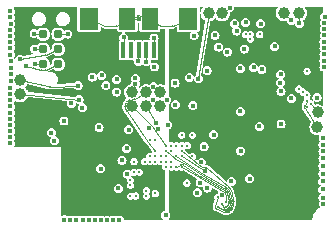
<source format=gbr>
%TF.GenerationSoftware,KiCad,Pcbnew,7.0.7*%
%TF.CreationDate,2024-01-17T15:08:19-08:00*%
%TF.ProjectId,beeper-design,62656570-6572-42d6-9465-7369676e2e6b,rev?*%
%TF.SameCoordinates,Original*%
%TF.FileFunction,Copper,L4,Bot*%
%TF.FilePolarity,Positive*%
%FSLAX46Y46*%
G04 Gerber Fmt 4.6, Leading zero omitted, Abs format (unit mm)*
G04 Created by KiCad (PCBNEW 7.0.7) date 2024-01-17 15:08:19*
%MOMM*%
%LPD*%
G01*
G04 APERTURE LIST*
%TA.AperFunction,SMDPad,CuDef*%
%ADD10C,1.000000*%
%TD*%
%TA.AperFunction,SMDPad,CuDef*%
%ADD11C,0.787000*%
%TD*%
%TA.AperFunction,SMDPad,CuDef*%
%ADD12R,0.400000X1.350000*%
%TD*%
%TA.AperFunction,SMDPad,CuDef*%
%ADD13R,1.400000X1.900000*%
%TD*%
%TA.AperFunction,SMDPad,CuDef*%
%ADD14R,1.600000X1.900000*%
%TD*%
%TA.AperFunction,ViaPad*%
%ADD15C,0.400000*%
%TD*%
%TA.AperFunction,ViaPad*%
%ADD16C,0.250000*%
%TD*%
%TA.AperFunction,Conductor*%
%ADD17C,0.075000*%
%TD*%
G04 APERTURE END LIST*
D10*
%TO.P,TP4,p*%
%TO.N,SP_N*%
X152251110Y-107880430D03*
%TD*%
%TO.P,TP3,p*%
%TO.N,SP_P*%
X152235589Y-109145315D03*
%TD*%
%TO.P,TP13,p*%
%TO.N,cap_p1*%
X150681159Y-99493094D03*
%TD*%
%TO.P,TP14,p*%
%TO.N,AC2*%
X149380120Y-99477470D03*
%TD*%
D11*
%TO.P,J1,2*%
%TO.N,mcu_mcu-dbg-m33_swdio*%
X130301393Y-103815525D03*
%TO.P,J1,4*%
%TO.N,mcu_mcu-dbg-m33_swdclk*%
X130301393Y-102545525D03*
%TO.P,J1,6*%
%TO.N,mcu_mcu-uart_tx*%
X130301393Y-101275525D03*
%TO.P,J1,1*%
%TO.N,VBUS*%
X129031393Y-103815525D03*
%TO.P,J1,3*%
%TO.N,mcu_conn-uart_rx*%
X129031393Y-102545525D03*
%TO.P,J1,5*%
%TO.N,GND*%
X129031393Y-101275525D03*
%TD*%
D12*
%TO.P,J6,1*%
%TO.N,VBUS*%
X138401369Y-102638144D03*
%TO.P,J6,2*%
%TO.N,D-*%
X137751369Y-102638144D03*
%TO.P,J6,3*%
%TO.N,D+*%
X137101369Y-102638144D03*
%TO.P,J6,4*%
%TO.N,ID*%
X136451369Y-102638144D03*
%TO.P,J6,5*%
%TO.N,GND*%
X135801369Y-102638144D03*
D13*
%TO.P,J6,6*%
%TO.N,SHIELD*%
X136151369Y-99963144D03*
%TO.P,J6,7*%
X138051369Y-99963144D03*
D14*
%TO.P,J6,8*%
X132901369Y-99963144D03*
%TO.P,J6,9*%
X141301369Y-99963144D03*
%TD*%
D10*
%TO.P,TP11,p*%
%TO.N,VBAT*%
X143021457Y-99511848D03*
%TD*%
%TO.P,TP9,p*%
%TO.N,mcu_mcu-etm_data3*%
X136540550Y-107385438D03*
%TD*%
%TO.P,TP10,p*%
%TO.N,GND*%
X138946950Y-106182238D03*
%TD*%
%TO.P,TP1,p*%
%TO.N,OUT+*%
X127087222Y-106339377D03*
%TD*%
%TO.P,TP6,p*%
%TO.N,mcu_mcu-etm_data0*%
X137743750Y-106182238D03*
%TD*%
%TO.P,TP2,p*%
%TO.N,OUT-*%
X127071659Y-105165988D03*
%TD*%
%TO.P,TP5,p*%
%TO.N,mcu_mcu-etm_clk*%
X136540550Y-106182238D03*
%TD*%
%TO.P,TP12,p*%
%TO.N,GND*%
X144158639Y-99506956D03*
%TD*%
%TO.P,TP8,p*%
%TO.N,mcu_mcu-etm_data2*%
X138946950Y-107385438D03*
%TD*%
%TO.P,TP7,p*%
%TO.N,mcu_mcu-etm_data1*%
X137743750Y-107385438D03*
%TD*%
D15*
%TO.N,GND*%
X143575073Y-101370644D03*
D16*
X151354476Y-104415097D03*
D15*
X126240526Y-108423762D03*
X152711911Y-111192564D03*
X138422325Y-104037396D03*
X126259751Y-103538415D03*
X148605548Y-102305725D03*
X129713698Y-109601468D03*
X126259751Y-104094665D03*
D16*
X138505165Y-110260086D03*
X136705165Y-112060086D03*
D15*
X140205110Y-107243578D03*
D16*
X139405165Y-111610086D03*
D15*
X144814899Y-99034754D03*
X133897649Y-117005688D03*
D16*
X141191434Y-113867717D03*
X136407665Y-113617586D03*
D15*
X126253026Y-109467512D03*
X152799901Y-103522006D03*
X152711911Y-111784766D03*
D16*
X138505165Y-114760086D03*
D15*
X152793651Y-102990756D03*
D16*
X136705165Y-112960086D03*
D15*
X133890953Y-112656040D03*
X134419031Y-117022690D03*
D16*
X136407665Y-114967586D03*
D15*
X143875200Y-102372149D03*
D16*
X137155165Y-112960086D03*
D15*
X141382907Y-104922276D03*
X146498655Y-113498351D03*
D16*
X138955165Y-112060086D03*
D15*
X152856151Y-99790756D03*
X126246776Y-108942512D03*
X133387602Y-117000021D03*
D16*
X139405165Y-112510086D03*
D15*
X152837401Y-100315756D03*
X149154405Y-106113213D03*
X140194743Y-105415830D03*
X144168737Y-114869371D03*
D16*
X136857665Y-114967586D03*
D15*
X132354230Y-117002334D03*
X152812401Y-101378256D03*
D16*
X139855165Y-112510086D03*
D15*
X152793651Y-102447006D03*
X131841349Y-117005168D03*
D16*
X141655165Y-109810086D03*
X138055165Y-110260086D03*
D15*
X144945957Y-113738611D03*
X132872778Y-117002334D03*
D16*
X138505165Y-111610086D03*
D15*
X152824901Y-100847006D03*
X141700420Y-107317823D03*
X152703073Y-110618040D03*
D16*
X137757665Y-114517586D03*
D15*
X126240526Y-109992512D03*
X126246776Y-107905012D03*
X126244945Y-99856584D03*
X135461795Y-117005688D03*
X126253501Y-101950915D03*
D16*
X141655165Y-111610086D03*
D15*
X152720750Y-110052354D03*
X142647398Y-110810142D03*
X126253026Y-105798762D03*
X126258203Y-100373656D03*
X152694234Y-113720471D03*
X152711911Y-115125845D03*
X126253501Y-100894665D03*
X128251091Y-101228437D03*
D16*
X137757665Y-114967586D03*
D15*
X136830023Y-105006633D03*
X152694234Y-114409900D03*
X134934746Y-117017023D03*
X152793651Y-104047006D03*
D16*
X139405165Y-112060086D03*
D15*
X147316827Y-109072434D03*
X152703073Y-113075236D03*
X126272251Y-104650915D03*
X149161034Y-108872389D03*
D16*
X139855165Y-112060086D03*
D15*
X126247251Y-103000915D03*
X135697203Y-111949233D03*
D16*
X136407665Y-114067586D03*
D15*
X131401879Y-107139540D03*
X138348657Y-105724581D03*
X146839751Y-104076758D03*
X152729402Y-115643825D03*
X126280462Y-105271625D03*
D16*
X138955165Y-111610086D03*
D15*
X126240526Y-107373762D03*
X152793651Y-101903256D03*
X126249365Y-99335093D03*
X126253501Y-102450915D03*
X126240526Y-110517512D03*
X126253501Y-101432165D03*
X126246776Y-106317512D03*
X131325197Y-117003876D03*
X135824509Y-101545734D03*
D16*
X151354476Y-106415097D03*
D15*
X126246776Y-106836262D03*
X152711911Y-112421162D03*
X130804246Y-116979832D03*
D16*
%TO.N,mcu_mcu-etm_data3*%
X139405165Y-110710086D03*
D15*
%TO.N,VBUS*%
X145719549Y-104167509D03*
X138401907Y-101609453D03*
X141795237Y-101387518D03*
X128286276Y-103832108D03*
D16*
%TO.N,VDD1P8*%
X141205165Y-110710086D03*
D15*
X130773738Y-108610382D03*
X129970343Y-110296899D03*
X133758692Y-109149897D03*
%TO.N,AC2*%
X150035218Y-100088430D03*
%TO.N,VDDSYS*%
X135253660Y-106168638D03*
X135245811Y-105084379D03*
X152205282Y-106653960D03*
X133173574Y-104909491D03*
X145736583Y-111169977D03*
D16*
X140755165Y-109810086D03*
D15*
X145717991Y-107794103D03*
%TO.N,QVAR2*%
X141115303Y-116773148D03*
X135382966Y-114320626D03*
%TO.N,FOD*%
X145395132Y-101008981D03*
D16*
X146163236Y-101299687D03*
%TO.N,mcu_mcu-mem_sdio3*%
X140755165Y-112510086D03*
X144512568Y-115468836D03*
D15*
%TO.N,mcu_mcu-uart_tx*%
X131099595Y-101264852D03*
D16*
X138055165Y-112060086D03*
D15*
%TO.N,cap_p1*%
X150713795Y-100350924D03*
D16*
%TO.N,mcu_mcu-etm_clk*%
X139855165Y-110710086D03*
D15*
X136813812Y-105468849D03*
D16*
%TO.N,mcu_conn-uart_rx*%
X138505165Y-112060086D03*
D15*
X128307419Y-102542244D03*
D16*
%TO.N,VDD3P0*%
X151354476Y-107415097D03*
D15*
X139485444Y-106837731D03*
X150032519Y-106716031D03*
%TO.N,OUT-*%
X131981324Y-105628398D03*
D16*
%TO.N,codec-i2c-net_scl*%
X150674476Y-105915097D03*
D15*
X149135986Y-104674643D03*
X142078952Y-114703743D03*
D16*
%TO.N,RECT*%
X147363236Y-101299687D03*
D15*
X147432192Y-100388488D03*
%TO.N,board-io_rgb_r*%
X139570173Y-108951200D03*
X142899067Y-104366671D03*
%TO.N,mcu_q-spi_sdi*%
X132328370Y-107500892D03*
X136085542Y-110946589D03*
%TO.N,SHIELD*%
X137117093Y-99981882D03*
%TO.N,mcu_hap-i2c_sda*%
X137982440Y-109241617D03*
X138776380Y-109309812D03*
%TO.N,mcu_mcu-wpwr2_gpio*%
X146062497Y-102528897D03*
D16*
X140755165Y-110710086D03*
D15*
%TO.N,mcu_mcu-wpwr3_gpio*%
X145245596Y-100348780D03*
D16*
X139855165Y-111160086D03*
D15*
%TO.N,mcu_mcu-etm_data1*%
X138610093Y-108833959D03*
%TO.N,V14*%
X143452612Y-109789874D03*
X139386679Y-116595891D03*
D16*
%TO.N,CLAMP1*%
X146563236Y-101699687D03*
D15*
X147538753Y-104259505D03*
D16*
%TO.N,mcu_mcu-etm_data0*%
X138505165Y-111160086D03*
D15*
%TO.N,VBAT*%
X142151568Y-105049570D03*
D16*
%TO.N,mcu_mcu-mem_sdio2*%
X140305165Y-111610086D03*
X143812568Y-115868836D03*
D15*
%TO.N,codec-i2c-net_sda*%
X142405550Y-112118891D03*
X149104453Y-105382189D03*
D16*
X151014476Y-106165097D03*
D15*
%TO.N,mcu_hap-gpio1_gpio*%
X134334368Y-105632680D03*
D16*
X138055165Y-111610086D03*
D15*
%TO.N,OUT+*%
X132066160Y-106806138D03*
D16*
%TO.N,mcu_mcu-mem_sck*%
X144512568Y-115868836D03*
X140305165Y-112510086D03*
%TO.N,mcu_mcu-mem_cs*%
X140755165Y-111160086D03*
X143812568Y-115068836D03*
%TO.N,mcu_mcu-mem_sdio0*%
X144162568Y-115668836D03*
X139405165Y-111160086D03*
D15*
%TO.N,mcu_hap-i2c_scl*%
X133976982Y-104745882D03*
D16*
X137605165Y-112060086D03*
D15*
%TO.N,mcu_mcu-button2_gpio*%
X142694670Y-112843262D03*
D16*
X140755165Y-111610086D03*
D15*
%TO.N,D+*%
X137089972Y-103576428D03*
X142309553Y-113834073D03*
%TO.N,CLAMP2*%
X146170132Y-100282418D03*
D16*
X146563236Y-101299687D03*
%TO.N,mcu_mcu-wpwr0_gpio*%
X140305165Y-110710086D03*
D15*
X144600759Y-102778021D03*
%TO.N,mcu_mcu-etm_data2*%
X138331450Y-106815731D03*
X136249569Y-109365791D03*
D16*
%TO.N,SP_P*%
X151354476Y-106915097D03*
D15*
%TO.N,mcu_mcu-dbg-m33_swdclk*%
X127049008Y-103397477D03*
%TO.N,D-*%
X137734812Y-103603566D03*
X142929816Y-114303052D03*
%TO.N,QVAR1*%
X130784824Y-109115470D03*
%TO.N,mcu_mcu-dbg-m33_swdio*%
X127590593Y-103948199D03*
X136132564Y-113110803D03*
D16*
%TO.N,SP_N*%
X151694476Y-107165097D03*
%TD*%
D17*
%TO.N,GND*%
X138946950Y-106182238D02*
X138348657Y-105724581D01*
X129031393Y-101275525D02*
X128251091Y-101228437D01*
X135801369Y-102638144D02*
X135824509Y-101545734D01*
X144158639Y-99506956D02*
X144814899Y-99034754D01*
%TO.N,mcu_mcu-etm_data3*%
X139405165Y-110710086D02*
X138205039Y-109041798D01*
X138205033Y-109041802D02*
G75*
G03*
X138194357Y-109029272I-81233J-58398D01*
G01*
X138194358Y-109029271D02*
X136540550Y-107385438D01*
%TO.N,VBUS*%
X138401369Y-102638144D02*
X138401907Y-101609453D01*
X129031393Y-103815525D02*
X128286276Y-103832108D01*
%TO.N,AC2*%
X150035218Y-100088430D02*
X149380120Y-99477470D01*
%TO.N,mcu_mcu-mem_sdio3*%
X140755165Y-112510086D02*
X142354890Y-113467764D01*
X142354890Y-113467764D02*
G75*
G03*
X142360189Y-113470894I265010J442664D01*
G01*
X142360189Y-113470894D02*
X144295604Y-114598184D01*
X144300829Y-114601451D02*
G75*
G03*
X144295604Y-114598184I-56229J-84149D01*
G01*
X144300831Y-114601448D02*
X144365715Y-114644802D01*
X144393303Y-114672393D02*
G75*
G03*
X144365715Y-114644803I-83203J-55607D01*
G01*
X144393305Y-114672392D02*
X144436660Y-114737277D01*
X144451577Y-114773328D02*
G75*
G03*
X144436659Y-114737278I-98077J-19472D01*
G01*
X144451591Y-114773325D02*
X144466815Y-114849862D01*
X144468474Y-114862122D02*
G75*
G03*
X144466815Y-114849862I-99874J-7278D01*
G01*
X144468474Y-114862122D02*
X144512568Y-115468836D01*
%TO.N,mcu_mcu-uart_tx*%
X130301393Y-101275525D02*
X131099595Y-101264852D01*
%TO.N,cap_p1*%
X150681159Y-99493094D02*
X150713795Y-100350924D01*
%TO.N,mcu_mcu-etm_clk*%
X136540550Y-106182238D02*
X136813812Y-105468849D01*
%TO.N,mcu_conn-uart_rx*%
X129031393Y-102545525D02*
X128307419Y-102542244D01*
%TO.N,OUT-*%
X127071659Y-105165988D02*
X129444440Y-105689781D01*
X129444440Y-105689781D02*
G75*
G03*
X129447510Y-105690424I32160J145781D01*
G01*
X129447510Y-105690425D02*
X129637130Y-105728143D01*
X129637130Y-105728141D02*
G75*
G03*
X129673046Y-105730877I29270J147141D01*
G01*
X129673046Y-105730877D02*
X131981324Y-105628398D01*
%TO.N,SHIELD*%
X136151369Y-99963144D02*
X137011445Y-99701437D01*
X137021047Y-99699030D02*
G75*
G03*
X137011445Y-99701437I19553J-98370D01*
G01*
X137021047Y-99699028D02*
X137097584Y-99683804D01*
X137136602Y-99683805D02*
G75*
G03*
X137097584Y-99683805I-19509J-98050D01*
G01*
X137136602Y-99683804D02*
X137213138Y-99699028D01*
X137223746Y-99701754D02*
G75*
G03*
X137213138Y-99699028I-30046J-94946D01*
G01*
X137223747Y-99701750D02*
X138051369Y-99963144D01*
X138051369Y-99963144D02*
X138948288Y-100564829D01*
X138948292Y-100564823D02*
G75*
G03*
X139002589Y-100587380I83608J124623D01*
G01*
X139002589Y-100587380D02*
X139022106Y-100591262D01*
X139022107Y-100591255D02*
G75*
G03*
X139051369Y-100594144I29293J147055D01*
G01*
X139051369Y-100594144D02*
X139901369Y-100594144D01*
X139901369Y-100594139D02*
G75*
G03*
X139930633Y-100591262I31J149939D01*
G01*
X139930633Y-100591262D02*
X139950150Y-100587380D01*
X139950148Y-100587372D02*
G75*
G03*
X139984185Y-100576252I-29248J147172D01*
G01*
X139984185Y-100576252D02*
X141301369Y-99963144D01*
X136151369Y-99963144D02*
X137117093Y-99981882D01*
X132901369Y-99963144D02*
X134218554Y-100576252D01*
X134218557Y-100576246D02*
G75*
G03*
X134252589Y-100587380I63343J136046D01*
G01*
X134252589Y-100587380D02*
X134272106Y-100591262D01*
X134272107Y-100591255D02*
G75*
G03*
X134301369Y-100594144I29293J147055D01*
G01*
X134301369Y-100594144D02*
X135151369Y-100594144D01*
X135151369Y-100594139D02*
G75*
G03*
X135180633Y-100591262I31J149939D01*
G01*
X135180633Y-100591262D02*
X135200150Y-100587380D01*
X135200147Y-100587365D02*
G75*
G03*
X135254451Y-100564828I-29247J147165D01*
G01*
X135254451Y-100564829D02*
X136151369Y-99963144D01*
%TO.N,mcu_mcu-etm_data1*%
X137743750Y-107385438D02*
X138610093Y-108833959D01*
%TO.N,mcu_mcu-etm_data0*%
X137743750Y-106182238D02*
X136781431Y-106731044D01*
X136751240Y-106742287D02*
G75*
G03*
X136781431Y-106731043I-19340J98087D01*
G01*
X136751240Y-106742288D02*
X136329860Y-106825388D01*
X136329861Y-106825391D02*
G75*
G03*
X136293651Y-106840351I19339J-98109D01*
G01*
X136293651Y-106840351D02*
X136131440Y-106948737D01*
X136131442Y-106948740D02*
G75*
G03*
X136103850Y-106976327I55558J-83160D01*
G01*
X136103850Y-106976327D02*
X135995463Y-107138539D01*
X135995466Y-107138541D02*
G75*
G03*
X135980532Y-107174587I83134J-55559D01*
G01*
X135980532Y-107174587D02*
X135942471Y-107365929D01*
X135942457Y-107365926D02*
G75*
G03*
X135942472Y-107404947I98143J-19474D01*
G01*
X135942471Y-107404947D02*
X135980532Y-107596289D01*
X135980538Y-107596288D02*
G75*
G03*
X135995463Y-107632337I98062J19488D01*
G01*
X135995463Y-107632337D02*
X136103850Y-107794548D01*
X136103851Y-107794547D02*
G75*
G03*
X136104383Y-107795337I113649J75947D01*
G01*
X136104382Y-107795338D02*
X137884162Y-110404821D01*
X137884161Y-110404821D02*
G75*
G03*
X137889562Y-110412017I82139J56021D01*
G01*
X137889561Y-110412017D02*
X138505165Y-111160086D01*
%TO.N,VBAT*%
X143021457Y-99511848D02*
X142151568Y-105049570D01*
%TO.N,mcu_mcu-mem_sdio2*%
X143812568Y-115868836D02*
X144342213Y-116187780D01*
X144342207Y-116187790D02*
G75*
G03*
X144418399Y-116217257I122493J203490D01*
G01*
X144418399Y-116217258D02*
X144466234Y-116226773D01*
X144466234Y-116226772D02*
G75*
G03*
X144558902Y-116226772I46334J232962D01*
G01*
X144558902Y-116226773D02*
X144606737Y-116217258D01*
X144606736Y-116217255D02*
G75*
G03*
X144692351Y-116181795I-46336J232955D01*
G01*
X144692351Y-116181795D02*
X144732904Y-116154699D01*
X144732893Y-116154683D02*
G75*
G03*
X144798430Y-116089173I-131893J197483D01*
G01*
X144798430Y-116089173D02*
X144825527Y-116048620D01*
X144825527Y-116048620D02*
G75*
G03*
X144851079Y-115998312I-197427J131920D01*
G01*
X144851080Y-115998312D02*
X144980201Y-115645578D01*
X144980198Y-115645577D02*
G75*
G03*
X144995846Y-115589831I-351998J128877D01*
G01*
X144995847Y-115589831D02*
X145005362Y-115541995D01*
X145005347Y-115541992D02*
G75*
G03*
X145005361Y-115395678I-367747J73192D01*
G01*
X145005362Y-115395678D02*
X144995847Y-115347842D01*
X144995846Y-115347842D02*
G75*
G03*
X144994806Y-115342795I-357046J-70958D01*
G01*
X144994807Y-115342795D02*
X144854744Y-114685953D01*
X144854730Y-114685956D02*
G75*
G03*
X144779640Y-114508105I-501230J-106844D01*
G01*
X144779641Y-114508104D02*
X144736286Y-114443220D01*
X144736284Y-114443221D02*
G75*
G03*
X144594887Y-114301822I-426084J-284679D01*
G01*
X144594888Y-114301821D02*
X144530003Y-114258467D01*
X144530001Y-114258470D02*
G75*
G03*
X144503217Y-114241739I-284101J-425030D01*
G01*
X144503217Y-114241739D02*
X142567802Y-113114449D01*
X142562762Y-113111307D02*
G75*
G03*
X142567802Y-113114449I55238J83007D01*
G01*
X142562761Y-113111308D02*
X140305165Y-111610086D01*
%TO.N,OUT+*%
X132066160Y-106806138D02*
X127087222Y-106339377D01*
%TO.N,mcu_mcu-mem_sck*%
X144512568Y-115868836D02*
X144711142Y-115572315D01*
X144711144Y-115572316D02*
G75*
G03*
X144726130Y-115536181I-83044J55616D01*
G01*
X144726131Y-115536181D02*
X144735646Y-115488345D01*
X144735632Y-115488342D02*
G75*
G03*
X144735646Y-115449327I-98032J19542D01*
G01*
X144735646Y-115449327D02*
X144726131Y-115401492D01*
X144726131Y-115401492D02*
G75*
G03*
X144725853Y-115400146I-94531J-18808D01*
G01*
X144725854Y-115400146D02*
X144585791Y-114743304D01*
X144585777Y-114743307D02*
G75*
G03*
X144550986Y-114660887I-232277J-49493D01*
G01*
X144550987Y-114660886D02*
X144507632Y-114596002D01*
X144507630Y-114596003D02*
G75*
G03*
X144442106Y-114530476I-197530J-131997D01*
G01*
X144442106Y-114530475D02*
X144377221Y-114487121D01*
X144377221Y-114487121D02*
G75*
G03*
X144364808Y-114479370I-131121J-196179D01*
G01*
X144364808Y-114479369D02*
X142429394Y-113352079D01*
X142410926Y-113340591D02*
G75*
G03*
X142429394Y-113352078I207174J312491D01*
G01*
X142410926Y-113340592D02*
X140858255Y-112311253D01*
X140858255Y-112311253D02*
G75*
G03*
X140822509Y-112296522I-55255J-83347D01*
G01*
X140822509Y-112296522D02*
X140774674Y-112287007D01*
X140774674Y-112287008D02*
G75*
G03*
X140735656Y-112287008I-19509J-98102D01*
G01*
X140735656Y-112287007D02*
X140687820Y-112296522D01*
X140687822Y-112296532D02*
G75*
G03*
X140657558Y-112307867I19478J-98068D01*
G01*
X140657558Y-112307867D02*
X140305165Y-112510086D01*
%TO.N,mcu_mcu-mem_cs*%
X140755165Y-111160086D02*
X141503234Y-111775690D01*
X141503234Y-111775690D02*
G75*
G03*
X141504038Y-111776345I47666J57790D01*
G01*
X141504038Y-111776345D02*
X142201390Y-112338183D01*
X142201392Y-112338180D02*
G75*
G03*
X142208572Y-112343458I62708J77780D01*
G01*
X142208572Y-112343459D02*
X142273456Y-112386814D01*
X142273457Y-112386812D02*
G75*
G03*
X142297967Y-112398724I55543J83112D01*
G01*
X142297967Y-112398725D02*
X142802253Y-112563427D01*
X142826763Y-112575339D02*
G75*
G03*
X142802253Y-112563428I-55563J-83161D01*
G01*
X142826763Y-112575339D02*
X142891648Y-112618693D01*
X142902068Y-112626693D02*
G75*
G03*
X142891648Y-112618693I-65868J-75007D01*
G01*
X142902068Y-112626694D02*
X144739011Y-114239497D01*
X144850613Y-114366829D02*
G75*
G03*
X144739010Y-114239498I-540513J-361171D01*
G01*
X144850613Y-114366829D02*
X144893968Y-114431713D01*
X144989206Y-114657280D02*
G75*
G03*
X144893967Y-114431714I-635706J-135520D01*
G01*
X144989220Y-114657277D02*
X145129284Y-115314120D01*
X145130705Y-115321017D02*
G75*
G03*
X145129283Y-115314120I-516605J-102883D01*
G01*
X145130705Y-115321017D02*
X145140220Y-115368853D01*
X145140205Y-115568817D02*
G75*
G03*
X145140219Y-115368853I-502605J100017D01*
G01*
X145140220Y-115568820D02*
X145130705Y-115616656D01*
X145109327Y-115692846D02*
G75*
G03*
X145130705Y-115616656I-481327J176146D01*
G01*
X145109322Y-115692844D02*
X144980201Y-116045578D01*
X144939855Y-116125011D02*
G75*
G03*
X144980201Y-116045578I-311755J208311D01*
G01*
X144939854Y-116125011D02*
X144912757Y-116165564D01*
X144809284Y-116269010D02*
G75*
G03*
X144912757Y-116165564I-208284J311810D01*
G01*
X144809295Y-116269026D02*
X144768742Y-116296122D01*
X144633561Y-116352113D02*
G75*
G03*
X144768742Y-116296122I-73161J367813D01*
G01*
X144633562Y-116352116D02*
X144585727Y-116361631D01*
X144439409Y-116361630D02*
G75*
G03*
X144585727Y-116361630I73159J367822D01*
G01*
X144439409Y-116361631D02*
X144391574Y-116352116D01*
X144317411Y-116329172D02*
G75*
G03*
X144391574Y-116352115I147289J344772D01*
G01*
X144317411Y-116329171D02*
X143725447Y-116076281D01*
X143709172Y-116067473D02*
G75*
G03*
X143725447Y-116076281I55528J83173D01*
G01*
X143709175Y-116067468D02*
X143668623Y-116040372D01*
X143641033Y-116012782D02*
G75*
G03*
X143668624Y-116040371I83167J55582D01*
G01*
X143641033Y-116012782D02*
X143613936Y-115972229D01*
X143599017Y-115936178D02*
G75*
G03*
X143613937Y-115972229I98083J19478D01*
G01*
X143599004Y-115936181D02*
X143589489Y-115888345D01*
X143589476Y-115849324D02*
G75*
G03*
X143589490Y-115888345I98124J-19476D01*
G01*
X143589489Y-115849327D02*
X143599004Y-115801492D01*
X143601093Y-115792968D02*
G75*
G03*
X143599005Y-115801492I96007J-28032D01*
G01*
X143601093Y-115792968D02*
X143812568Y-115068836D01*
%TO.N,mcu_mcu-mem_sdio0*%
X144162568Y-115668836D02*
X144307493Y-115961097D01*
X144307496Y-115961096D02*
G75*
G03*
X144313937Y-115972229I89404J44296D01*
G01*
X144313936Y-115972229D02*
X144341033Y-116012782D01*
X144341033Y-116012782D02*
G75*
G03*
X144368624Y-116040371I83167J55582D01*
G01*
X144368623Y-116040372D02*
X144409175Y-116067468D01*
X144409167Y-116067480D02*
G75*
G03*
X144445223Y-116082399I55533J83180D01*
G01*
X144445223Y-116082400D02*
X144493059Y-116091915D01*
X144493059Y-116091914D02*
G75*
G03*
X144532077Y-116091914I19509J98102D01*
G01*
X144532077Y-116091915D02*
X144579912Y-116082400D01*
X144579911Y-116082397D02*
G75*
G03*
X144615960Y-116067468I-19511J98097D01*
G01*
X144615960Y-116067468D02*
X144656513Y-116040372D01*
X144656517Y-116040379D02*
G75*
G03*
X144684103Y-116012782I-55617J83179D01*
G01*
X144684103Y-116012782D02*
X144711200Y-115972229D01*
X144711210Y-115972235D02*
G75*
G03*
X144721959Y-115951047I-83210J55535D01*
G01*
X144721959Y-115951047D02*
X144851080Y-115598312D01*
X144851081Y-115598312D02*
G75*
G03*
X144860988Y-115563006I-222981J81612D01*
G01*
X144860989Y-115563006D02*
X144870504Y-115515170D01*
X144870490Y-115515167D02*
G75*
G03*
X144870504Y-115422502I-232890J46367D01*
G01*
X144870504Y-115422502D02*
X144860989Y-115374667D01*
X144860989Y-115374667D02*
G75*
G03*
X144860331Y-115371471I-255989J-51033D01*
G01*
X144860331Y-115371471D02*
X144720267Y-114714628D01*
X144720253Y-114714631D02*
G75*
G03*
X144665313Y-114584496I-366753J-78169D01*
G01*
X144665314Y-114584495D02*
X144621959Y-114519611D01*
X144621957Y-114519612D02*
G75*
G03*
X144518496Y-114416149I-311757J-208288D01*
G01*
X144518497Y-114416148D02*
X144453612Y-114372794D01*
X144453612Y-114372793D02*
G75*
G03*
X144434013Y-114360554I-208212J-311607D01*
G01*
X144434013Y-114360554D02*
X142498598Y-113233264D01*
X142486903Y-113225988D02*
G75*
G03*
X142498598Y-113233263I131397J198188D01*
G01*
X142486902Y-113225989D02*
X140934231Y-112196650D01*
X140934232Y-112196649D02*
G75*
G03*
X140913719Y-112184488I-131032J-197651D01*
G01*
X140913719Y-112184488D02*
X140210711Y-111814040D01*
X140201774Y-111808715D02*
G75*
G03*
X140210711Y-111814039I55626J83215D01*
G01*
X140201772Y-111808718D02*
X140161219Y-111781621D01*
X140153233Y-111775692D02*
G75*
G03*
X140161219Y-111781620I63567J77292D01*
G01*
X140153234Y-111775690D02*
X139405165Y-111160086D01*
%TO.N,mcu_mcu-button2_gpio*%
X140755165Y-111610086D02*
X142694670Y-112843262D01*
%TO.N,D+*%
X137101369Y-102638144D02*
X137089972Y-103576428D01*
%TO.N,mcu_mcu-etm_data2*%
X138946950Y-107385438D02*
X138331450Y-106815731D01*
%TO.N,SP_P*%
X151354476Y-106915097D02*
X151149654Y-107322329D01*
X151149662Y-107322333D02*
G75*
G03*
X151140913Y-107347753I89338J-44967D01*
G01*
X151140912Y-107347753D02*
X151131397Y-107395588D01*
X151131399Y-107395588D02*
G75*
G03*
X151131397Y-107434606I98101J-19512D01*
G01*
X151131397Y-107434606D02*
X151140912Y-107482442D01*
X151140903Y-107482444D02*
G75*
G03*
X151155673Y-107518231I98097J19544D01*
G01*
X151155672Y-107518232D02*
X152235589Y-109145315D01*
%TO.N,mcu_mcu-dbg-m33_swdclk*%
X130301393Y-102545525D02*
X129220837Y-103001213D01*
X129201486Y-103007141D02*
G75*
G03*
X129220837Y-103001212I-19486J98141D01*
G01*
X129201488Y-103007150D02*
X129050902Y-103037103D01*
X129049109Y-103037442D02*
G75*
G03*
X129050902Y-103037102I-17509J97342D01*
G01*
X129049109Y-103037443D02*
X127049008Y-103397477D01*
%TO.N,D-*%
X137751369Y-102638144D02*
X137734812Y-103603566D01*
%TO.N,mcu_mcu-dbg-m33_swdio*%
X130301393Y-103815525D02*
X129220837Y-104271213D01*
X129201486Y-104277141D02*
G75*
G03*
X129220837Y-104271212I-19486J98141D01*
G01*
X129201488Y-104277150D02*
X129050902Y-104307103D01*
X129011884Y-104307102D02*
G75*
G03*
X129050902Y-104307102I19509J98050D01*
G01*
X129011884Y-104307103D02*
X128861298Y-104277150D01*
X128857315Y-104276272D02*
G75*
G03*
X128861298Y-104277149I23285J96272D01*
G01*
X128857315Y-104276273D02*
X128186247Y-104114086D01*
X128182902Y-104113217D02*
G75*
G03*
X128186247Y-104114086I27698J99717D01*
G01*
X128182902Y-104113216D02*
X127590593Y-103948199D01*
%TO.N,SP_N*%
X152251110Y-107880430D02*
X151694476Y-107165097D01*
%TD*%
%TA.AperFunction,Conductor*%
%TO.N,QVAR2*%
G36*
X142545992Y-99004101D02*
G01*
X142550093Y-99014000D01*
X142545992Y-99023899D01*
X142545377Y-99024479D01*
X142508355Y-99057276D01*
X142508354Y-99057278D01*
X142414478Y-99193281D01*
X142355878Y-99347795D01*
X142355878Y-99347796D01*
X142335959Y-99511847D01*
X142335959Y-99511848D01*
X142355878Y-99675899D01*
X142355878Y-99675900D01*
X142414478Y-99830414D01*
X142508354Y-99966417D01*
X142508355Y-99966419D01*
X142632046Y-100075999D01*
X142632048Y-100076000D01*
X142632050Y-100076002D01*
X142632052Y-100076003D01*
X142632055Y-100076005D01*
X142697181Y-100110185D01*
X142704041Y-100118416D01*
X142704505Y-100124754D01*
X141985721Y-104700534D01*
X141980134Y-104709677D01*
X141978247Y-104710835D01*
X141925126Y-104737902D01*
X141839900Y-104823128D01*
X141792746Y-104915674D01*
X141784598Y-104922633D01*
X141773916Y-104921792D01*
X141766957Y-104913644D01*
X141766445Y-104911514D01*
X141749295Y-104803229D01*
X141694575Y-104695836D01*
X141694574Y-104695834D01*
X141609348Y-104610608D01*
X141501954Y-104555888D01*
X141501955Y-104555888D01*
X141382907Y-104537033D01*
X141263859Y-104555888D01*
X141156465Y-104610608D01*
X141071239Y-104695834D01*
X141016519Y-104803228D01*
X140997664Y-104922276D01*
X141016519Y-105041323D01*
X141071239Y-105148717D01*
X141156465Y-105233943D01*
X141156467Y-105233944D01*
X141263860Y-105288664D01*
X141382907Y-105307519D01*
X141501954Y-105288664D01*
X141609347Y-105233944D01*
X141694575Y-105148716D01*
X141741730Y-105056168D01*
X141749876Y-105049212D01*
X141760558Y-105050053D01*
X141767517Y-105058201D01*
X141768030Y-105060337D01*
X141785180Y-105168617D01*
X141839900Y-105276011D01*
X141925126Y-105361237D01*
X141925128Y-105361238D01*
X142032521Y-105415958D01*
X142151568Y-105434813D01*
X142270615Y-105415958D01*
X142336890Y-105382189D01*
X148719210Y-105382189D01*
X148738065Y-105501236D01*
X148792785Y-105608630D01*
X148878011Y-105693856D01*
X148878013Y-105693857D01*
X148984182Y-105747953D01*
X148991140Y-105756100D01*
X148990299Y-105766782D01*
X148984181Y-105772900D01*
X148927963Y-105801545D01*
X148842737Y-105886771D01*
X148788017Y-105994165D01*
X148769162Y-106113213D01*
X148788017Y-106232260D01*
X148842737Y-106339654D01*
X148927963Y-106424880D01*
X148927965Y-106424881D01*
X149035358Y-106479601D01*
X149154405Y-106498456D01*
X149273452Y-106479601D01*
X149380845Y-106424881D01*
X149466073Y-106339653D01*
X149520793Y-106232260D01*
X149539648Y-106113213D01*
X149520793Y-105994166D01*
X149466073Y-105886773D01*
X149466072Y-105886771D01*
X149380846Y-105801545D01*
X149274675Y-105747448D01*
X149267716Y-105739300D01*
X149268557Y-105728618D01*
X149274672Y-105722502D01*
X149330893Y-105693857D01*
X149416121Y-105608629D01*
X149470841Y-105501236D01*
X149489696Y-105382189D01*
X149470841Y-105263142D01*
X149416121Y-105155749D01*
X149416120Y-105155747D01*
X149330894Y-105070521D01*
X149288505Y-105048923D01*
X149281546Y-105040775D01*
X149282387Y-105030093D01*
X149288504Y-105023975D01*
X149362426Y-104986311D01*
X149447654Y-104901083D01*
X149502374Y-104793690D01*
X149521229Y-104674643D01*
X149502374Y-104555596D01*
X149447654Y-104448203D01*
X149447653Y-104448201D01*
X149414551Y-104415099D01*
X151044263Y-104415099D01*
X151062970Y-104521195D01*
X151116836Y-104614495D01*
X151116838Y-104614497D01*
X151116839Y-104614498D01*
X151199369Y-104683749D01*
X151300608Y-104720597D01*
X151300609Y-104720597D01*
X151408343Y-104720597D01*
X151408344Y-104720597D01*
X151509583Y-104683749D01*
X151592113Y-104614498D01*
X151645981Y-104521196D01*
X151659743Y-104443146D01*
X151664689Y-104415099D01*
X151664689Y-104415094D01*
X151645981Y-104308998D01*
X151592115Y-104215698D01*
X151592113Y-104215696D01*
X151509583Y-104146445D01*
X151458963Y-104128020D01*
X151408345Y-104109597D01*
X151408344Y-104109597D01*
X151300608Y-104109597D01*
X151300606Y-104109597D01*
X151199370Y-104146445D01*
X151116836Y-104215698D01*
X151062970Y-104308998D01*
X151044263Y-104415094D01*
X151044263Y-104415099D01*
X149414551Y-104415099D01*
X149362427Y-104362975D01*
X149255033Y-104308255D01*
X149255034Y-104308255D01*
X149135986Y-104289400D01*
X149016938Y-104308255D01*
X148909544Y-104362975D01*
X148824318Y-104448201D01*
X148769598Y-104555595D01*
X148769597Y-104555596D01*
X148769598Y-104555596D01*
X148750743Y-104674643D01*
X148752185Y-104683748D01*
X148769598Y-104793690D01*
X148824318Y-104901084D01*
X148909544Y-104986310D01*
X148951932Y-105007908D01*
X148958891Y-105016056D01*
X148958050Y-105026738D01*
X148951932Y-105032856D01*
X148878011Y-105070521D01*
X148792785Y-105155747D01*
X148738065Y-105263141D01*
X148719210Y-105382189D01*
X142336890Y-105382189D01*
X142378008Y-105361238D01*
X142463236Y-105276010D01*
X142517956Y-105168617D01*
X142536811Y-105049570D01*
X142517956Y-104930523D01*
X142463236Y-104823130D01*
X142420371Y-104780265D01*
X142416271Y-104770367D01*
X142416441Y-104768194D01*
X142479514Y-104366671D01*
X142513824Y-104366671D01*
X142528923Y-104462001D01*
X142532679Y-104485718D01*
X142587399Y-104593112D01*
X142672625Y-104678338D01*
X142672627Y-104678339D01*
X142780020Y-104733059D01*
X142899067Y-104751914D01*
X143018114Y-104733059D01*
X143125507Y-104678339D01*
X143210735Y-104593111D01*
X143265455Y-104485718D01*
X143284310Y-104366671D01*
X143265455Y-104247624D01*
X143224633Y-104167508D01*
X145334306Y-104167508D01*
X145353161Y-104286556D01*
X145407881Y-104393950D01*
X145493107Y-104479176D01*
X145493109Y-104479177D01*
X145600502Y-104533897D01*
X145719549Y-104552752D01*
X145838596Y-104533897D01*
X145945989Y-104479177D01*
X146031217Y-104393949D01*
X146085937Y-104286556D01*
X146104792Y-104167509D01*
X146090419Y-104076758D01*
X146454508Y-104076758D01*
X146473363Y-104195805D01*
X146528083Y-104303199D01*
X146613309Y-104388425D01*
X146613311Y-104388426D01*
X146720704Y-104443146D01*
X146839751Y-104462001D01*
X146958798Y-104443146D01*
X147066191Y-104388426D01*
X147139769Y-104314847D01*
X147149668Y-104310747D01*
X147159567Y-104314847D01*
X147163496Y-104322557D01*
X147172365Y-104378552D01*
X147227085Y-104485946D01*
X147312311Y-104571172D01*
X147312313Y-104571173D01*
X147419706Y-104625893D01*
X147538753Y-104644748D01*
X147657800Y-104625893D01*
X147765193Y-104571173D01*
X147850421Y-104485945D01*
X147905141Y-104378552D01*
X147923996Y-104259505D01*
X147905141Y-104140458D01*
X147850421Y-104033065D01*
X147850420Y-104033063D01*
X147765194Y-103947837D01*
X147657800Y-103893117D01*
X147657801Y-103893117D01*
X147538753Y-103874262D01*
X147419705Y-103893117D01*
X147312313Y-103947836D01*
X147238734Y-104021415D01*
X147228835Y-104025515D01*
X147218935Y-104021414D01*
X147215007Y-104013705D01*
X147209895Y-103981428D01*
X147206139Y-103957711D01*
X147151419Y-103850318D01*
X147151418Y-103850316D01*
X147066192Y-103765090D01*
X146958798Y-103710370D01*
X146958799Y-103710370D01*
X146839751Y-103691515D01*
X146720703Y-103710370D01*
X146613309Y-103765090D01*
X146528083Y-103850316D01*
X146473363Y-103957710D01*
X146454508Y-104076758D01*
X146090419Y-104076758D01*
X146085937Y-104048462D01*
X146031217Y-103941069D01*
X146031216Y-103941067D01*
X145945990Y-103855841D01*
X145838596Y-103801121D01*
X145838597Y-103801121D01*
X145719549Y-103782266D01*
X145600501Y-103801121D01*
X145493107Y-103855841D01*
X145407881Y-103941067D01*
X145353161Y-104048461D01*
X145334306Y-104167508D01*
X143224633Y-104167508D01*
X143210735Y-104140231D01*
X143210734Y-104140229D01*
X143125508Y-104055003D01*
X143018114Y-104000283D01*
X143018115Y-104000283D01*
X142899067Y-103981428D01*
X142780019Y-104000283D01*
X142672625Y-104055003D01*
X142587399Y-104140229D01*
X142532679Y-104247623D01*
X142515091Y-104358674D01*
X142513824Y-104366671D01*
X142479514Y-104366671D01*
X142729066Y-102778021D01*
X144215516Y-102778021D01*
X144234371Y-102897068D01*
X144289091Y-103004462D01*
X144374317Y-103089688D01*
X144374319Y-103089689D01*
X144481712Y-103144409D01*
X144600759Y-103163264D01*
X144719806Y-103144409D01*
X144827199Y-103089689D01*
X144912427Y-103004461D01*
X144967147Y-102897068D01*
X144986002Y-102778021D01*
X144967147Y-102658974D01*
X144912427Y-102551581D01*
X144912426Y-102551579D01*
X144889744Y-102528897D01*
X145677254Y-102528897D01*
X145680847Y-102551581D01*
X145696109Y-102647944D01*
X145750829Y-102755338D01*
X145836055Y-102840564D01*
X145836057Y-102840565D01*
X145943450Y-102895285D01*
X146062497Y-102914140D01*
X146181544Y-102895285D01*
X146288937Y-102840565D01*
X146374165Y-102755337D01*
X146428885Y-102647944D01*
X146447740Y-102528897D01*
X146428885Y-102409850D01*
X146375830Y-102305725D01*
X148220305Y-102305725D01*
X148239160Y-102424772D01*
X148293880Y-102532166D01*
X148379106Y-102617392D01*
X148379108Y-102617393D01*
X148486501Y-102672113D01*
X148605548Y-102690968D01*
X148724595Y-102672113D01*
X148831988Y-102617393D01*
X148917216Y-102532165D01*
X148971936Y-102424772D01*
X148990791Y-102305725D01*
X148971936Y-102186678D01*
X148917216Y-102079285D01*
X148917215Y-102079283D01*
X148831989Y-101994057D01*
X148724595Y-101939337D01*
X148724596Y-101939337D01*
X148665071Y-101929909D01*
X148605548Y-101920482D01*
X148605547Y-101920482D01*
X148486500Y-101939337D01*
X148379106Y-101994057D01*
X148293880Y-102079283D01*
X148239160Y-102186677D01*
X148220305Y-102305725D01*
X146375830Y-102305725D01*
X146374165Y-102302457D01*
X146374164Y-102302455D01*
X146288938Y-102217229D01*
X146181544Y-102162509D01*
X146181545Y-102162509D01*
X146062497Y-102143654D01*
X145943449Y-102162509D01*
X145836055Y-102217229D01*
X145750829Y-102302455D01*
X145696109Y-102409849D01*
X145693746Y-102424772D01*
X145677254Y-102528897D01*
X144889744Y-102528897D01*
X144827200Y-102466353D01*
X144719806Y-102411633D01*
X144719807Y-102411633D01*
X144600759Y-102392778D01*
X144481711Y-102411633D01*
X144374317Y-102466353D01*
X144289091Y-102551579D01*
X144234371Y-102658973D01*
X144215516Y-102778021D01*
X142729066Y-102778021D01*
X142792822Y-102372149D01*
X143489957Y-102372149D01*
X143508812Y-102491196D01*
X143563532Y-102598590D01*
X143648758Y-102683816D01*
X143648760Y-102683817D01*
X143756153Y-102738537D01*
X143875200Y-102757392D01*
X143994247Y-102738537D01*
X144101640Y-102683817D01*
X144186868Y-102598589D01*
X144241588Y-102491196D01*
X144260443Y-102372149D01*
X144241588Y-102253102D01*
X144186868Y-102145709D01*
X144186867Y-102145707D01*
X144101641Y-102060481D01*
X143994247Y-102005761D01*
X143994248Y-102005761D01*
X143875200Y-101986906D01*
X143756152Y-102005761D01*
X143648758Y-102060481D01*
X143563532Y-102145707D01*
X143508812Y-102253101D01*
X143489957Y-102372149D01*
X142792822Y-102372149D01*
X142950142Y-101370644D01*
X143189830Y-101370644D01*
X143208685Y-101489691D01*
X143263405Y-101597085D01*
X143348631Y-101682311D01*
X143348633Y-101682312D01*
X143456026Y-101737032D01*
X143575073Y-101755887D01*
X143694120Y-101737032D01*
X143801513Y-101682312D01*
X143886741Y-101597084D01*
X143941461Y-101489691D01*
X143960316Y-101370644D01*
X143941461Y-101251597D01*
X143886741Y-101144204D01*
X143886740Y-101144202D01*
X143801514Y-101058976D01*
X143694120Y-101004256D01*
X143694121Y-101004256D01*
X143575073Y-100985401D01*
X143456025Y-101004256D01*
X143348631Y-101058976D01*
X143263405Y-101144202D01*
X143208685Y-101251596D01*
X143189830Y-101370644D01*
X142950142Y-101370644D01*
X143110661Y-100348780D01*
X144860353Y-100348780D01*
X144879208Y-100467827D01*
X144933928Y-100575221D01*
X145019154Y-100660447D01*
X145019156Y-100660448D01*
X145125470Y-100714618D01*
X145132428Y-100722765D01*
X145131587Y-100733447D01*
X145129013Y-100736990D01*
X145083463Y-100782541D01*
X145028744Y-100889933D01*
X145009889Y-101008981D01*
X145028744Y-101128028D01*
X145083464Y-101235422D01*
X145168690Y-101320648D01*
X145168692Y-101320649D01*
X145276085Y-101375369D01*
X145395132Y-101394224D01*
X145514179Y-101375369D01*
X145621572Y-101320649D01*
X145642532Y-101299689D01*
X145853023Y-101299689D01*
X145871730Y-101405785D01*
X145925596Y-101499085D01*
X145925598Y-101499087D01*
X145925599Y-101499088D01*
X146008129Y-101568339D01*
X146109368Y-101605187D01*
X146109369Y-101605187D01*
X146217103Y-101605187D01*
X146217104Y-101605187D01*
X146250506Y-101593029D01*
X146261209Y-101593497D01*
X146268449Y-101601396D01*
X146269080Y-101608616D01*
X146253023Y-101699684D01*
X146253023Y-101699689D01*
X146271730Y-101805785D01*
X146325596Y-101899085D01*
X146325598Y-101899087D01*
X146325599Y-101899088D01*
X146408129Y-101968339D01*
X146509368Y-102005187D01*
X146509369Y-102005187D01*
X146617103Y-102005187D01*
X146617104Y-102005187D01*
X146718343Y-101968339D01*
X146800873Y-101899088D01*
X146854741Y-101805786D01*
X146860977Y-101770419D01*
X146873449Y-101699689D01*
X146873449Y-101699684D01*
X146854741Y-101593588D01*
X146804569Y-101506687D01*
X146803170Y-101496064D01*
X146804569Y-101492687D01*
X146824371Y-101458387D01*
X146854741Y-101405786D01*
X146873449Y-101299689D01*
X147053023Y-101299689D01*
X147071730Y-101405785D01*
X147125596Y-101499085D01*
X147125598Y-101499087D01*
X147125599Y-101499088D01*
X147208129Y-101568339D01*
X147309368Y-101605187D01*
X147309369Y-101605187D01*
X147417103Y-101605187D01*
X147417104Y-101605187D01*
X147518343Y-101568339D01*
X147600873Y-101499088D01*
X147606299Y-101489691D01*
X147617949Y-101469510D01*
X147654741Y-101405786D01*
X147673449Y-101299687D01*
X147673449Y-101299684D01*
X147654741Y-101193588D01*
X147600875Y-101100288D01*
X147600873Y-101100286D01*
X147518343Y-101031035D01*
X147457750Y-101008981D01*
X147417105Y-100994187D01*
X147417104Y-100994187D01*
X147309368Y-100994187D01*
X147309366Y-100994187D01*
X147208130Y-101031035D01*
X147125596Y-101100288D01*
X147071730Y-101193588D01*
X147053023Y-101299684D01*
X147053023Y-101299689D01*
X146873449Y-101299689D01*
X146873449Y-101299687D01*
X146873449Y-101299684D01*
X146854741Y-101193588D01*
X146800875Y-101100288D01*
X146800873Y-101100286D01*
X146718343Y-101031035D01*
X146657750Y-101008981D01*
X146617105Y-100994187D01*
X146617104Y-100994187D01*
X146509368Y-100994187D01*
X146509366Y-100994187D01*
X146408129Y-101031035D01*
X146372235Y-101061153D01*
X146362015Y-101064375D01*
X146354237Y-101061153D01*
X146318343Y-101031035D01*
X146217105Y-100994187D01*
X146217104Y-100994187D01*
X146109368Y-100994187D01*
X146109366Y-100994187D01*
X146008130Y-101031035D01*
X145925596Y-101100288D01*
X145871730Y-101193588D01*
X145853023Y-101299684D01*
X145853023Y-101299689D01*
X145642532Y-101299689D01*
X145706800Y-101235421D01*
X145761520Y-101128028D01*
X145780375Y-101008981D01*
X145761520Y-100889934D01*
X145706800Y-100782541D01*
X145706799Y-100782539D01*
X145621573Y-100697313D01*
X145515257Y-100643142D01*
X145508298Y-100634994D01*
X145509139Y-100624312D01*
X145511710Y-100620772D01*
X145557264Y-100575220D01*
X145611984Y-100467827D01*
X145630839Y-100348780D01*
X145620328Y-100282418D01*
X145784889Y-100282418D01*
X145797614Y-100362764D01*
X145803744Y-100401465D01*
X145858464Y-100508859D01*
X145943690Y-100594085D01*
X145943692Y-100594086D01*
X146051085Y-100648806D01*
X146170132Y-100667661D01*
X146289179Y-100648806D01*
X146396572Y-100594086D01*
X146481800Y-100508858D01*
X146536520Y-100401465D01*
X146538575Y-100388488D01*
X147046949Y-100388488D01*
X147065804Y-100507535D01*
X147120524Y-100614929D01*
X147205750Y-100700155D01*
X147205752Y-100700156D01*
X147313145Y-100754876D01*
X147432192Y-100773731D01*
X147551239Y-100754876D01*
X147658632Y-100700156D01*
X147743860Y-100614928D01*
X147798580Y-100507535D01*
X147817435Y-100388488D01*
X147798580Y-100269441D01*
X147743860Y-100162048D01*
X147743859Y-100162046D01*
X147658633Y-100076820D01*
X147551239Y-100022100D01*
X147551240Y-100022100D01*
X147432192Y-100003245D01*
X147313144Y-100022100D01*
X147205750Y-100076820D01*
X147120524Y-100162046D01*
X147065804Y-100269440D01*
X147046949Y-100388488D01*
X146538575Y-100388488D01*
X146555375Y-100282418D01*
X146536520Y-100163371D01*
X146481800Y-100055978D01*
X146481799Y-100055976D01*
X146396573Y-99970750D01*
X146289179Y-99916030D01*
X146289180Y-99916030D01*
X146170132Y-99897175D01*
X146051084Y-99916030D01*
X145943690Y-99970750D01*
X145858464Y-100055976D01*
X145803744Y-100163370D01*
X145793234Y-100229732D01*
X145784889Y-100282418D01*
X145620328Y-100282418D01*
X145611984Y-100229733D01*
X145557264Y-100122340D01*
X145557263Y-100122338D01*
X145472037Y-100037112D01*
X145364643Y-99982392D01*
X145364644Y-99982392D01*
X145245596Y-99963537D01*
X145126548Y-99982392D01*
X145019154Y-100037112D01*
X144933928Y-100122338D01*
X144879208Y-100229732D01*
X144860353Y-100348780D01*
X143110661Y-100348780D01*
X143135045Y-100193550D01*
X143140631Y-100184410D01*
X143145519Y-100182135D01*
X143227025Y-100162046D01*
X143264536Y-100152801D01*
X143322418Y-100122422D01*
X143410864Y-100076002D01*
X143534560Y-99966417D01*
X143580214Y-99900273D01*
X143589212Y-99894456D01*
X143599689Y-99896705D01*
X143603256Y-99900272D01*
X143625185Y-99932041D01*
X143645536Y-99961525D01*
X143645537Y-99961527D01*
X143769228Y-100071107D01*
X143769230Y-100071108D01*
X143769232Y-100071110D01*
X143769234Y-100071111D01*
X143769237Y-100071113D01*
X143915559Y-100147909D01*
X144034780Y-100177293D01*
X144076011Y-100187456D01*
X144241267Y-100187456D01*
X144344360Y-100162046D01*
X144401718Y-100147909D01*
X144445836Y-100124754D01*
X144548046Y-100071110D01*
X144671742Y-99961525D01*
X144765617Y-99825523D01*
X144824218Y-99671006D01*
X144844137Y-99506956D01*
X144834852Y-99430495D01*
X144837729Y-99420175D01*
X144846557Y-99414982D01*
X144933946Y-99401142D01*
X145041339Y-99346422D01*
X145126567Y-99261194D01*
X145181287Y-99153801D01*
X145200142Y-99034754D01*
X145197201Y-99016190D01*
X145199704Y-99005771D01*
X145208840Y-99000172D01*
X145211030Y-99000000D01*
X148856198Y-99000000D01*
X148866097Y-99004101D01*
X148870198Y-99014000D01*
X148867175Y-99021981D01*
X148867498Y-99022204D01*
X148773141Y-99158903D01*
X148714541Y-99313417D01*
X148714541Y-99313418D01*
X148694622Y-99477469D01*
X148694622Y-99477470D01*
X148714541Y-99641521D01*
X148714541Y-99641522D01*
X148773141Y-99796036D01*
X148867017Y-99932039D01*
X148867018Y-99932041D01*
X148990709Y-100041621D01*
X148990711Y-100041622D01*
X148990713Y-100041624D01*
X148990715Y-100041625D01*
X148990718Y-100041627D01*
X149137040Y-100118423D01*
X149256261Y-100147807D01*
X149297492Y-100157970D01*
X149462748Y-100157970D01*
X149568733Y-100131846D01*
X149623198Y-100118423D01*
X149623198Y-100118422D01*
X149623201Y-100118422D01*
X149635025Y-100112215D01*
X149645694Y-100111245D01*
X149653926Y-100118105D01*
X149655358Y-100122422D01*
X149668830Y-100207477D01*
X149723550Y-100314871D01*
X149808776Y-100400097D01*
X149808778Y-100400098D01*
X149916171Y-100454818D01*
X150035218Y-100473673D01*
X150154265Y-100454818D01*
X150261658Y-100400098D01*
X150306701Y-100355054D01*
X150316599Y-100350954D01*
X150326498Y-100355054D01*
X150330427Y-100362764D01*
X150347407Y-100469971D01*
X150402127Y-100577365D01*
X150487353Y-100662591D01*
X150487355Y-100662592D01*
X150594748Y-100717312D01*
X150713795Y-100736167D01*
X150832842Y-100717312D01*
X150940235Y-100662592D01*
X151025463Y-100577364D01*
X151080183Y-100469971D01*
X151099038Y-100350924D01*
X151080183Y-100231877D01*
X151025463Y-100124484D01*
X151010345Y-100109366D01*
X151006245Y-100099468D01*
X151010345Y-100089569D01*
X151013731Y-100087076D01*
X151070566Y-100057248D01*
X151194262Y-99947663D01*
X151288137Y-99811661D01*
X151346738Y-99657144D01*
X151366657Y-99493094D01*
X151346738Y-99329044D01*
X151340811Y-99313417D01*
X151288137Y-99174527D01*
X151203830Y-99052387D01*
X151194262Y-99038525D01*
X151194261Y-99038524D01*
X151194260Y-99038522D01*
X151178408Y-99024479D01*
X151173718Y-99014845D01*
X151177213Y-99004716D01*
X151186847Y-99000026D01*
X151187692Y-99000000D01*
X152736000Y-99000000D01*
X152745899Y-99004101D01*
X152750000Y-99014000D01*
X152750000Y-99410368D01*
X152745899Y-99420267D01*
X152738193Y-99424195D01*
X152737105Y-99424367D01*
X152629709Y-99479088D01*
X152544483Y-99564314D01*
X152489763Y-99671708D01*
X152470908Y-99790756D01*
X152489763Y-99909803D01*
X152544483Y-100017197D01*
X152561268Y-100033982D01*
X152565369Y-100043881D01*
X152561268Y-100053780D01*
X152525733Y-100089314D01*
X152471013Y-100196708D01*
X152459494Y-100269441D01*
X152452158Y-100315756D01*
X152465516Y-100400097D01*
X152471013Y-100434803D01*
X152525733Y-100542197D01*
X152548768Y-100565232D01*
X152552869Y-100575131D01*
X152548768Y-100585030D01*
X152513233Y-100620564D01*
X152458513Y-100727958D01*
X152439658Y-100847006D01*
X152458513Y-100966053D01*
X152513233Y-101073447D01*
X152536268Y-101096482D01*
X152540369Y-101106381D01*
X152536268Y-101116280D01*
X152500733Y-101151814D01*
X152446013Y-101259208D01*
X152427158Y-101378256D01*
X152446013Y-101497303D01*
X152500731Y-101604693D01*
X152500735Y-101604699D01*
X152517517Y-101621481D01*
X152521618Y-101631380D01*
X152517518Y-101641279D01*
X152481982Y-101676816D01*
X152427263Y-101784208D01*
X152408408Y-101903255D01*
X152427263Y-102022303D01*
X152481983Y-102129697D01*
X152517518Y-102165232D01*
X152521619Y-102175131D01*
X152517518Y-102185030D01*
X152481983Y-102220564D01*
X152427263Y-102327958D01*
X152408408Y-102447005D01*
X152427263Y-102566053D01*
X152481983Y-102673447D01*
X152517518Y-102708982D01*
X152521619Y-102718881D01*
X152517518Y-102728780D01*
X152481983Y-102764314D01*
X152427263Y-102871708D01*
X152423247Y-102897068D01*
X152408408Y-102990756D01*
X152427263Y-103109803D01*
X152481983Y-103217196D01*
X152514393Y-103249606D01*
X152518494Y-103259505D01*
X152514394Y-103269404D01*
X152488232Y-103295566D01*
X152433513Y-103402958D01*
X152414658Y-103522006D01*
X152433513Y-103641053D01*
X152488233Y-103748447D01*
X152511268Y-103771482D01*
X152515369Y-103781381D01*
X152511268Y-103791280D01*
X152481983Y-103820564D01*
X152427263Y-103927958D01*
X152425187Y-103941069D01*
X152408408Y-104047006D01*
X152408639Y-104048462D01*
X152427263Y-104166053D01*
X152481983Y-104273447D01*
X152567209Y-104358673D01*
X152567211Y-104358674D01*
X152674604Y-104413394D01*
X152738192Y-104423465D01*
X152747326Y-104429063D01*
X152750000Y-104437292D01*
X152750000Y-107382162D01*
X152745899Y-107392061D01*
X152736000Y-107396162D01*
X152726716Y-107392641D01*
X152640520Y-107316278D01*
X152640511Y-107316272D01*
X152494189Y-107239476D01*
X152333740Y-107199930D01*
X152333738Y-107199930D01*
X152168482Y-107199930D01*
X152168479Y-107199930D01*
X152034093Y-107233053D01*
X152023500Y-107231441D01*
X152019694Y-107228058D01*
X152015738Y-107222974D01*
X152002226Y-107205610D01*
X151999384Y-107195281D01*
X151999484Y-107194614D01*
X152004689Y-107165097D01*
X152004689Y-107165094D01*
X151985981Y-107058998D01*
X151932115Y-106965698D01*
X151932032Y-106965628D01*
X151849583Y-106896445D01*
X151796680Y-106877190D01*
X151748345Y-106859597D01*
X151748344Y-106859597D01*
X151666650Y-106859597D01*
X151656751Y-106855496D01*
X151652863Y-106848028D01*
X151645981Y-106808998D01*
X151592115Y-106715698D01*
X151592113Y-106715696D01*
X151544591Y-106675821D01*
X151539644Y-106666317D01*
X151542866Y-106656098D01*
X151544591Y-106654373D01*
X151545083Y-106653960D01*
X151820039Y-106653960D01*
X151838894Y-106773007D01*
X151893614Y-106880401D01*
X151978840Y-106965627D01*
X151978842Y-106965628D01*
X152086235Y-107020348D01*
X152205282Y-107039203D01*
X152324329Y-107020348D01*
X152431722Y-106965628D01*
X152516950Y-106880400D01*
X152571670Y-106773007D01*
X152590525Y-106653960D01*
X152571670Y-106534913D01*
X152516950Y-106427520D01*
X152516949Y-106427518D01*
X152431723Y-106342292D01*
X152324329Y-106287572D01*
X152324330Y-106287572D01*
X152205282Y-106268717D01*
X152086234Y-106287572D01*
X151978840Y-106342292D01*
X151893614Y-106427518D01*
X151838894Y-106534912D01*
X151820039Y-106653960D01*
X151545083Y-106653960D01*
X151592113Y-106614498D01*
X151645981Y-106521196D01*
X151661400Y-106433749D01*
X151664689Y-106415099D01*
X151664689Y-106415094D01*
X151645981Y-106308998D01*
X151592115Y-106215698D01*
X151592113Y-106215696D01*
X151509583Y-106146445D01*
X151458963Y-106128020D01*
X151408345Y-106109597D01*
X151408344Y-106109597D01*
X151326650Y-106109597D01*
X151316751Y-106105496D01*
X151312863Y-106098028D01*
X151305981Y-106058998D01*
X151252115Y-105965698D01*
X151252113Y-105965696D01*
X151169583Y-105896445D01*
X151118963Y-105878020D01*
X151068345Y-105859597D01*
X151068344Y-105859597D01*
X150986650Y-105859597D01*
X150976751Y-105855496D01*
X150972863Y-105848028D01*
X150965981Y-105808998D01*
X150912115Y-105715698D01*
X150886085Y-105693856D01*
X150829583Y-105646445D01*
X150778963Y-105628020D01*
X150728345Y-105609597D01*
X150728344Y-105609597D01*
X150620608Y-105609597D01*
X150620606Y-105609597D01*
X150519370Y-105646445D01*
X150436836Y-105715698D01*
X150382970Y-105808998D01*
X150364263Y-105915094D01*
X150364263Y-105915099D01*
X150382970Y-106021195D01*
X150436836Y-106114495D01*
X150436838Y-106114497D01*
X150436839Y-106114498D01*
X150519369Y-106183749D01*
X150620608Y-106220597D01*
X150702302Y-106220597D01*
X150712201Y-106224698D01*
X150716089Y-106232166D01*
X150722970Y-106271195D01*
X150776836Y-106364495D01*
X150776838Y-106364497D01*
X150776839Y-106364498D01*
X150859369Y-106433749D01*
X150960608Y-106470597D01*
X151042302Y-106470597D01*
X151052201Y-106474698D01*
X151056089Y-106482166D01*
X151062970Y-106521195D01*
X151116837Y-106614495D01*
X151116839Y-106614498D01*
X151164358Y-106654373D01*
X151169306Y-106663877D01*
X151166083Y-106674096D01*
X151164358Y-106675821D01*
X151116839Y-106715695D01*
X151116837Y-106715698D01*
X151062970Y-106808998D01*
X151044263Y-106915094D01*
X151044263Y-106915099D01*
X151060637Y-107007966D01*
X151059357Y-107016688D01*
X150944607Y-107244838D01*
X150944604Y-107244846D01*
X150944015Y-107247091D01*
X150941908Y-107251615D01*
X150936141Y-107259776D01*
X150927116Y-107305148D01*
X150918404Y-107348859D01*
X150918387Y-107349026D01*
X150913116Y-107375529D01*
X150913156Y-107378719D01*
X150913142Y-107379266D01*
X150910795Y-107415089D01*
X150910795Y-107415094D01*
X150911000Y-107418230D01*
X150910685Y-107422232D01*
X150908545Y-107431686D01*
X150908545Y-107431687D01*
X150918390Y-107481181D01*
X150918405Y-107481325D01*
X150925072Y-107514788D01*
X150926016Y-107519539D01*
X150926014Y-107519549D01*
X150931142Y-107545359D01*
X150931228Y-107545725D01*
X150931570Y-107547444D01*
X150932802Y-107550314D01*
X150933000Y-107550830D01*
X150944394Y-107584480D01*
X150945586Y-107586908D01*
X150946823Y-107590747D01*
X150948414Y-107600178D01*
X150950197Y-107602864D01*
X150962391Y-107621238D01*
X150962616Y-107621602D01*
X150973351Y-107637750D01*
X151691628Y-108719961D01*
X151693685Y-108730477D01*
X151691485Y-108735656D01*
X151628610Y-108826748D01*
X151570010Y-108981262D01*
X151570010Y-108981263D01*
X151550091Y-109145314D01*
X151550091Y-109145315D01*
X151570010Y-109309366D01*
X151570010Y-109309367D01*
X151628610Y-109463881D01*
X151722486Y-109599884D01*
X151722487Y-109599886D01*
X151846178Y-109709466D01*
X151846180Y-109709467D01*
X151846182Y-109709469D01*
X151846184Y-109709470D01*
X151846187Y-109709472D01*
X151992509Y-109786268D01*
X152111730Y-109815652D01*
X152152961Y-109825815D01*
X152318217Y-109825815D01*
X152392468Y-109807513D01*
X152403061Y-109809125D01*
X152409411Y-109817755D01*
X152408292Y-109827462D01*
X152354362Y-109933306D01*
X152354361Y-109933307D01*
X152354362Y-109933307D01*
X152335507Y-110052354D01*
X152354362Y-110171401D01*
X152409082Y-110278794D01*
X152446746Y-110316458D01*
X152450847Y-110326357D01*
X152446747Y-110336256D01*
X152391404Y-110391600D01*
X152336685Y-110498992D01*
X152317830Y-110618040D01*
X152336685Y-110737087D01*
X152376987Y-110816185D01*
X152391405Y-110844480D01*
X152446746Y-110899821D01*
X152450847Y-110909720D01*
X152446747Y-110919619D01*
X152400242Y-110966124D01*
X152345523Y-111073516D01*
X152326668Y-111192564D01*
X152345523Y-111311611D01*
X152400243Y-111419005D01*
X152460004Y-111478766D01*
X152464105Y-111488665D01*
X152460004Y-111498564D01*
X152400243Y-111558324D01*
X152345523Y-111665718D01*
X152326668Y-111784766D01*
X152345523Y-111903813D01*
X152400243Y-112011207D01*
X152482101Y-112093065D01*
X152486202Y-112102964D01*
X152482101Y-112112863D01*
X152400243Y-112194720D01*
X152345523Y-112302114D01*
X152326668Y-112421162D01*
X152345523Y-112540209D01*
X152400243Y-112647603D01*
X152485469Y-112732829D01*
X152486731Y-112733472D01*
X152493691Y-112741619D01*
X152492852Y-112752301D01*
X152486733Y-112758421D01*
X152476631Y-112763568D01*
X152391405Y-112848794D01*
X152336685Y-112956188D01*
X152317830Y-113075236D01*
X152336685Y-113194283D01*
X152391405Y-113301677D01*
X152474530Y-113384802D01*
X152478631Y-113394701D01*
X152474530Y-113404600D01*
X152470989Y-113407174D01*
X152467792Y-113408803D01*
X152382566Y-113494029D01*
X152327846Y-113601423D01*
X152308991Y-113720471D01*
X152327846Y-113839518D01*
X152382566Y-113946912D01*
X152467792Y-114032138D01*
X152508168Y-114052711D01*
X152515127Y-114060859D01*
X152514286Y-114071541D01*
X152508168Y-114077659D01*
X152467792Y-114098232D01*
X152382566Y-114183458D01*
X152327846Y-114290852D01*
X152318429Y-114350313D01*
X152308991Y-114409900D01*
X152327845Y-114528947D01*
X152327846Y-114528947D01*
X152382566Y-114636341D01*
X152467792Y-114721567D01*
X152543027Y-114759901D01*
X152549986Y-114768049D01*
X152549145Y-114778731D01*
X152543027Y-114784849D01*
X152485469Y-114814177D01*
X152400243Y-114899403D01*
X152345523Y-115006797D01*
X152326668Y-115125845D01*
X152345523Y-115244892D01*
X152397510Y-115346923D01*
X152400243Y-115352285D01*
X152431638Y-115383680D01*
X152435739Y-115393579D01*
X152431639Y-115403478D01*
X152417733Y-115417385D01*
X152363014Y-115524777D01*
X152344159Y-115643825D01*
X152363014Y-115762872D01*
X152417045Y-115868914D01*
X152417734Y-115870265D01*
X152471353Y-115923884D01*
X152475454Y-115933783D01*
X152471354Y-115943682D01*
X152467810Y-115946257D01*
X152381286Y-115990344D01*
X152381270Y-115990354D01*
X152230957Y-116099563D01*
X152230949Y-116099570D01*
X152099570Y-116230949D01*
X152099563Y-116230957D01*
X151990354Y-116381270D01*
X151990344Y-116381286D01*
X151905988Y-116546842D01*
X151848568Y-116723565D01*
X151819500Y-116907093D01*
X151819500Y-116986000D01*
X151815399Y-116995899D01*
X151805500Y-117000000D01*
X139674000Y-117000000D01*
X139664101Y-116995899D01*
X139660000Y-116986000D01*
X139660000Y-116866476D01*
X139664101Y-116856577D01*
X139698347Y-116822331D01*
X139753067Y-116714938D01*
X139771922Y-116595891D01*
X139753067Y-116476844D01*
X139698347Y-116369451D01*
X139698346Y-116369450D01*
X139664100Y-116335203D01*
X139660000Y-116325304D01*
X139660000Y-114703743D01*
X141693709Y-114703743D01*
X141702724Y-114760663D01*
X141712564Y-114822790D01*
X141767284Y-114930184D01*
X141852510Y-115015410D01*
X141852512Y-115015411D01*
X141959905Y-115070131D01*
X142078952Y-115088986D01*
X142197999Y-115070131D01*
X142305392Y-115015411D01*
X142390620Y-114930183D01*
X142445340Y-114822790D01*
X142464195Y-114703743D01*
X142445340Y-114584696D01*
X142390620Y-114477303D01*
X142390619Y-114477301D01*
X142305393Y-114392075D01*
X142197999Y-114337355D01*
X142198000Y-114337355D01*
X142078952Y-114318500D01*
X141959904Y-114337355D01*
X141852510Y-114392075D01*
X141767284Y-114477301D01*
X141712564Y-114584695D01*
X141703341Y-114642931D01*
X141693709Y-114703743D01*
X139660000Y-114703743D01*
X139660000Y-113867719D01*
X140881221Y-113867719D01*
X140899928Y-113973815D01*
X140953794Y-114067115D01*
X140953796Y-114067117D01*
X140953797Y-114067118D01*
X141036327Y-114136369D01*
X141137566Y-114173217D01*
X141137567Y-114173217D01*
X141245301Y-114173217D01*
X141245302Y-114173217D01*
X141346541Y-114136369D01*
X141429071Y-114067118D01*
X141432885Y-114060513D01*
X141453638Y-114024566D01*
X141482939Y-113973816D01*
X141492204Y-113921269D01*
X141501647Y-113867719D01*
X141501647Y-113867714D01*
X141482939Y-113761618D01*
X141429073Y-113668318D01*
X141429071Y-113668316D01*
X141346541Y-113599065D01*
X141295921Y-113580640D01*
X141245303Y-113562217D01*
X141245302Y-113562217D01*
X141137566Y-113562217D01*
X141137564Y-113562217D01*
X141036328Y-113599065D01*
X140953794Y-113668318D01*
X140899928Y-113761618D01*
X140881221Y-113867714D01*
X140881221Y-113867719D01*
X139660000Y-113867719D01*
X139660000Y-112775147D01*
X139664101Y-112765248D01*
X139674000Y-112761147D01*
X139682996Y-112764421D01*
X139700058Y-112778738D01*
X139801297Y-112815586D01*
X139801298Y-112815586D01*
X139909032Y-112815586D01*
X139909033Y-112815586D01*
X140010272Y-112778738D01*
X140071166Y-112727640D01*
X140081385Y-112724419D01*
X140089163Y-112727640D01*
X140150058Y-112778738D01*
X140251297Y-112815586D01*
X140251298Y-112815586D01*
X140359032Y-112815586D01*
X140359033Y-112815586D01*
X140460272Y-112778738D01*
X140460273Y-112778736D01*
X140460275Y-112778736D01*
X140479644Y-112762481D01*
X140521166Y-112727640D01*
X140531383Y-112724418D01*
X140539161Y-112727639D01*
X140600058Y-112778738D01*
X140701297Y-112815586D01*
X140701298Y-112815586D01*
X140809034Y-112815586D01*
X140809037Y-112815585D01*
X140822688Y-112810616D01*
X140833393Y-112811082D01*
X140834666Y-112811758D01*
X142004647Y-113512169D01*
X142044731Y-113536165D01*
X142051119Y-113544768D01*
X142049552Y-113555368D01*
X142047440Y-113558076D01*
X141997884Y-113607633D01*
X141943165Y-113715025D01*
X141924310Y-113834073D01*
X141943165Y-113953120D01*
X141997885Y-114060514D01*
X142083111Y-114145740D01*
X142083113Y-114145741D01*
X142190506Y-114200461D01*
X142309553Y-114219316D01*
X142428600Y-114200461D01*
X142535993Y-114145741D01*
X142569176Y-114112557D01*
X142579075Y-114108457D01*
X142588974Y-114112557D01*
X142593075Y-114122457D01*
X142591549Y-114128813D01*
X142563428Y-114184004D01*
X142544573Y-114303052D01*
X142563428Y-114422099D01*
X142618148Y-114529493D01*
X142703374Y-114614719D01*
X142703376Y-114614720D01*
X142810769Y-114669440D01*
X142929816Y-114688295D01*
X143048863Y-114669440D01*
X143156256Y-114614720D01*
X143241484Y-114529492D01*
X143296204Y-114422099D01*
X143315059Y-114303052D01*
X143315058Y-114303050D01*
X143315231Y-114301964D01*
X143315744Y-114302045D01*
X143319160Y-114293801D01*
X143329059Y-114289700D01*
X143336102Y-114291601D01*
X143847394Y-114589405D01*
X143871628Y-114603520D01*
X143878119Y-114612046D01*
X143876680Y-114622664D01*
X143874482Y-114625517D01*
X143857068Y-114642931D01*
X143802349Y-114750323D01*
X143802348Y-114750327D01*
X143802158Y-114751528D01*
X143796559Y-114760663D01*
X143788331Y-114763336D01*
X143758698Y-114763336D01*
X143657462Y-114800184D01*
X143574928Y-114869437D01*
X143521062Y-114962737D01*
X143502355Y-115068833D01*
X143502355Y-115068838D01*
X143521062Y-115174934D01*
X143540259Y-115208185D01*
X143541658Y-115218809D01*
X143541574Y-115219110D01*
X143404249Y-115689335D01*
X143404247Y-115689342D01*
X143399925Y-115704144D01*
X143397920Y-115708299D01*
X143394233Y-115713516D01*
X143394232Y-115713517D01*
X143387977Y-115744962D01*
X143387831Y-115745558D01*
X143385411Y-115753848D01*
X143384960Y-115759867D01*
X143384845Y-115760711D01*
X143384391Y-115762993D01*
X143384331Y-115763193D01*
X143376757Y-115801358D01*
X143376736Y-115801390D01*
X143371574Y-115827407D01*
X143371563Y-115827476D01*
X143371208Y-115829265D01*
X143371208Y-115829267D01*
X143371246Y-115832265D01*
X143371232Y-115832809D01*
X143368880Y-115868909D01*
X143368880Y-115868914D01*
X143369083Y-115872003D01*
X143368768Y-115876010D01*
X143366637Y-115885424D01*
X143366637Y-115885426D01*
X143371571Y-115910229D01*
X143371599Y-115910394D01*
X143374745Y-115926187D01*
X143389661Y-116001181D01*
X143390990Y-116004276D01*
X143391187Y-116004790D01*
X143397161Y-116022408D01*
X143402639Y-116038560D01*
X143402643Y-116038568D01*
X143404046Y-116041417D01*
X143405284Y-116045230D01*
X143406932Y-116054816D01*
X143406933Y-116054817D01*
X143431729Y-116091926D01*
X143432636Y-116093284D01*
X143434674Y-116096336D01*
X143434925Y-116096712D01*
X143434934Y-116096730D01*
X143437719Y-116100899D01*
X143457437Y-116130430D01*
X143457532Y-116130545D01*
X143459784Y-116133914D01*
X143460337Y-116134741D01*
X143472503Y-116152948D01*
X143474780Y-116155166D01*
X143475144Y-116155551D01*
X143498846Y-116182574D01*
X143501198Y-116184636D01*
X143503809Y-116187692D01*
X143508981Y-116195889D01*
X143531070Y-116210648D01*
X143547504Y-116221629D01*
X143550835Y-116223854D01*
X143550970Y-116223966D01*
X143552065Y-116224697D01*
X143552066Y-116224698D01*
X143586737Y-116247845D01*
X143589219Y-116249959D01*
X143591857Y-116252801D01*
X143597190Y-116258548D01*
X143597191Y-116258548D01*
X143597193Y-116258550D01*
X143630808Y-116272910D01*
X143630845Y-116272929D01*
X143636015Y-116275136D01*
X143636023Y-116275142D01*
X143639881Y-116276786D01*
X143639881Y-116276787D01*
X143640890Y-116277217D01*
X144169699Y-116503127D01*
X144227898Y-116527990D01*
X144227902Y-116527993D01*
X144231767Y-116529644D01*
X144231767Y-116529645D01*
X144250625Y-116537700D01*
X144251290Y-116537984D01*
X144251289Y-116537984D01*
X144251302Y-116537988D01*
X144252838Y-116538645D01*
X144253021Y-116538681D01*
X144254931Y-116539196D01*
X144289364Y-116551169D01*
X144296959Y-116553233D01*
X144301368Y-116555311D01*
X144303596Y-116556886D01*
X144303598Y-116556887D01*
X144338018Y-116563733D01*
X144349053Y-116565929D01*
X144349752Y-116566067D01*
X144351876Y-116566490D01*
X144352998Y-116566713D01*
X144353011Y-116566717D01*
X144354352Y-116566983D01*
X144354353Y-116566984D01*
X144396882Y-116575443D01*
X144396882Y-116575442D01*
X144403365Y-116576732D01*
X144403373Y-116576733D01*
X144419351Y-116579912D01*
X144419353Y-116579911D01*
X144420502Y-116580140D01*
X144420521Y-116580142D01*
X144435002Y-116583023D01*
X144512568Y-116588107D01*
X144577434Y-116583854D01*
X144581435Y-116584170D01*
X144582810Y-116584482D01*
X144624815Y-116576126D01*
X144624816Y-116576126D01*
X144628253Y-116575442D01*
X144628254Y-116575443D01*
X144670783Y-116566984D01*
X144670783Y-116566983D01*
X144672813Y-116566580D01*
X144672820Y-116566577D01*
X144675544Y-116566035D01*
X144676092Y-116565927D01*
X144682065Y-116564738D01*
X144698563Y-116561457D01*
X144698564Y-116561456D01*
X144699465Y-116561277D01*
X144699498Y-116561267D01*
X144714210Y-116558342D01*
X144787818Y-116533356D01*
X144846121Y-116504604D01*
X144849938Y-116503364D01*
X144851326Y-116503127D01*
X144906790Y-116466068D01*
X144925908Y-116453295D01*
X144925908Y-116453294D01*
X144928823Y-116451347D01*
X144928824Y-116451348D01*
X144928829Y-116451341D01*
X144929925Y-116450610D01*
X144930385Y-116450303D01*
X144930384Y-116450302D01*
X144935842Y-116446661D01*
X144935879Y-116446630D01*
X144949458Y-116437559D01*
X144949461Y-116437554D01*
X144949619Y-116437450D01*
X144949857Y-116437271D01*
X144962694Y-116428697D01*
X145021144Y-116377451D01*
X145064025Y-116328565D01*
X145067077Y-116325961D01*
X145068273Y-116325207D01*
X145094003Y-116286700D01*
X145118098Y-116250648D01*
X145118098Y-116250645D01*
X145118908Y-116249434D01*
X145118927Y-116249397D01*
X145119163Y-116249044D01*
X145119166Y-116249042D01*
X145134195Y-116226555D01*
X145151135Y-116196246D01*
X145157179Y-116185433D01*
X145164214Y-116170102D01*
X145166887Y-116166196D01*
X145168988Y-116164029D01*
X145176769Y-116142768D01*
X145176806Y-116142679D01*
X145184918Y-116120509D01*
X145186291Y-116116762D01*
X145233329Y-115988260D01*
X145298609Y-115809927D01*
X145298623Y-115809900D01*
X145299140Y-115808486D01*
X145299141Y-115808486D01*
X145312007Y-115773327D01*
X145312017Y-115773317D01*
X145314048Y-115767765D01*
X145314049Y-115767766D01*
X145320517Y-115750091D01*
X145320531Y-115750044D01*
X145320545Y-115750001D01*
X145321913Y-115746266D01*
X145321942Y-115746063D01*
X145322424Y-115743905D01*
X145331616Y-115714122D01*
X145331618Y-115714115D01*
X145331618Y-115714117D01*
X145332056Y-115712378D01*
X145332563Y-115710372D01*
X145334706Y-115705722D01*
X145335477Y-115704632D01*
X145341272Y-115675500D01*
X145343922Y-115662172D01*
X145353496Y-115614038D01*
X145354028Y-115611367D01*
X145354712Y-115607936D01*
X145354711Y-115607926D01*
X145358501Y-115588877D01*
X145358500Y-115588873D01*
X145358545Y-115588652D01*
X145358580Y-115588408D01*
X145363357Y-115564405D01*
X145369627Y-115468851D01*
X145363370Y-115373296D01*
X145363369Y-115373289D01*
X145363362Y-115373232D01*
X145354034Y-115326337D01*
X145354034Y-115326336D01*
X145353248Y-115322387D01*
X145353240Y-115322294D01*
X145352975Y-115320967D01*
X145352976Y-115320966D01*
X145352422Y-115318186D01*
X145352488Y-115315443D01*
X145352154Y-115315443D01*
X145352154Y-115313971D01*
X145343536Y-115273559D01*
X145342583Y-115268768D01*
X145340047Y-115256016D01*
X145340046Y-115256015D01*
X145340046Y-115256012D01*
X145339830Y-115255316D01*
X145339835Y-115255314D01*
X145339265Y-115253519D01*
X145337852Y-115246887D01*
X145333460Y-115226276D01*
X145333458Y-115226273D01*
X145333165Y-115224897D01*
X145333146Y-115224838D01*
X145331860Y-115218809D01*
X145202506Y-114612187D01*
X145202429Y-114611825D01*
X145197648Y-114589405D01*
X145197647Y-114589403D01*
X145197611Y-114589233D01*
X145197511Y-114588863D01*
X145190953Y-114558144D01*
X145154717Y-114454508D01*
X145105714Y-114356263D01*
X145101849Y-114350475D01*
X145101765Y-114350313D01*
X145080507Y-114318500D01*
X145075234Y-114310608D01*
X145075235Y-114310608D01*
X145051146Y-114274552D01*
X145051144Y-114274551D01*
X145050452Y-114273514D01*
X145050431Y-114273488D01*
X145031872Y-114245711D01*
X145010868Y-114214271D01*
X144963542Y-114155282D01*
X144963539Y-114155278D01*
X144953603Y-114144891D01*
X144949723Y-114134905D01*
X144954042Y-114125099D01*
X144961528Y-114121387D01*
X145065004Y-114104999D01*
X145172397Y-114050279D01*
X145257625Y-113965051D01*
X145312345Y-113857658D01*
X145331200Y-113738611D01*
X145312345Y-113619564D01*
X145257625Y-113512171D01*
X145257624Y-113512169D01*
X145243806Y-113498351D01*
X146113412Y-113498351D01*
X146132267Y-113617398D01*
X146186987Y-113724792D01*
X146272213Y-113810018D01*
X146272215Y-113810019D01*
X146379608Y-113864739D01*
X146498655Y-113883594D01*
X146617702Y-113864739D01*
X146725095Y-113810019D01*
X146810323Y-113724791D01*
X146865043Y-113617398D01*
X146883898Y-113498351D01*
X146865043Y-113379304D01*
X146810323Y-113271911D01*
X146810322Y-113271909D01*
X146725096Y-113186683D01*
X146617702Y-113131963D01*
X146617703Y-113131963D01*
X146498655Y-113113108D01*
X146379607Y-113131963D01*
X146272213Y-113186683D01*
X146186987Y-113271909D01*
X146132267Y-113379303D01*
X146113412Y-113498351D01*
X145243806Y-113498351D01*
X145172398Y-113426943D01*
X145065004Y-113372223D01*
X145065005Y-113372223D01*
X144945957Y-113353368D01*
X144826909Y-113372223D01*
X144719515Y-113426943D01*
X144634289Y-113512169D01*
X144579569Y-113619563D01*
X144560714Y-113738611D01*
X144564629Y-113763331D01*
X144562127Y-113773750D01*
X144552991Y-113779349D01*
X144542572Y-113776847D01*
X144541564Y-113776042D01*
X143059080Y-112474447D01*
X143056477Y-112471397D01*
X143051288Y-112463174D01*
X143030547Y-112449316D01*
X143029816Y-112448754D01*
X143028687Y-112447762D01*
X143028678Y-112447756D01*
X143027911Y-112447326D01*
X143026009Y-112446258D01*
X143025560Y-112445983D01*
X143018662Y-112441374D01*
X143018631Y-112441353D01*
X143018554Y-112441301D01*
X143018541Y-112441292D01*
X143012739Y-112437417D01*
X143009260Y-112435093D01*
X142985081Y-112418936D01*
X142985074Y-112418930D01*
X142962707Y-112403987D01*
X142947872Y-112394075D01*
X142939770Y-112388662D01*
X142928830Y-112381352D01*
X142928827Y-112381350D01*
X142928825Y-112381349D01*
X142925916Y-112380188D01*
X142921722Y-112377577D01*
X142913982Y-112370586D01*
X142860897Y-112353248D01*
X142828718Y-112342737D01*
X142828005Y-112342504D01*
X142827979Y-112342497D01*
X142749816Y-112316968D01*
X142741678Y-112309997D01*
X142740854Y-112299314D01*
X142741685Y-112297310D01*
X142771938Y-112237938D01*
X142790793Y-112118891D01*
X142771938Y-111999844D01*
X142717218Y-111892451D01*
X142717217Y-111892449D01*
X142631991Y-111807223D01*
X142524597Y-111752503D01*
X142524598Y-111752503D01*
X142405550Y-111733648D01*
X142286502Y-111752503D01*
X142179108Y-111807223D01*
X142093882Y-111892449D01*
X142073112Y-111933210D01*
X142064964Y-111940169D01*
X142054282Y-111939328D01*
X142051855Y-111937756D01*
X141995622Y-111892451D01*
X141902086Y-111817091D01*
X141896950Y-111807688D01*
X141898745Y-111799192D01*
X141946670Y-111716185D01*
X141952905Y-111680818D01*
X141965378Y-111610088D01*
X141965378Y-111610083D01*
X141946670Y-111503987D01*
X141892804Y-111410687D01*
X141892802Y-111410685D01*
X141810272Y-111341434D01*
X141759652Y-111323010D01*
X141709034Y-111304586D01*
X141709033Y-111304586D01*
X141601297Y-111304586D01*
X141601295Y-111304586D01*
X141500058Y-111341434D01*
X141419129Y-111409341D01*
X141408910Y-111412563D01*
X141401234Y-111409426D01*
X141063793Y-111131737D01*
X141058902Y-111123358D01*
X141046670Y-111053987D01*
X140998915Y-110971273D01*
X140997516Y-110960650D01*
X141004039Y-110952149D01*
X141014662Y-110950750D01*
X141020038Y-110953548D01*
X141050058Y-110978738D01*
X141151297Y-111015586D01*
X141151298Y-111015586D01*
X141259032Y-111015586D01*
X141259033Y-111015586D01*
X141360272Y-110978738D01*
X141442802Y-110909487D01*
X141496670Y-110816185D01*
X141497736Y-110810142D01*
X142262155Y-110810142D01*
X142281010Y-110929189D01*
X142335730Y-111036583D01*
X142420956Y-111121809D01*
X142420958Y-111121810D01*
X142528351Y-111176530D01*
X142647398Y-111195385D01*
X142766445Y-111176530D01*
X142779306Y-111169977D01*
X145351340Y-111169977D01*
X145370195Y-111289024D01*
X145424915Y-111396418D01*
X145510141Y-111481644D01*
X145510143Y-111481645D01*
X145617536Y-111536365D01*
X145736583Y-111555220D01*
X145855630Y-111536365D01*
X145963023Y-111481645D01*
X146048251Y-111396417D01*
X146102971Y-111289024D01*
X146121826Y-111169977D01*
X146102971Y-111050930D01*
X146048251Y-110943537D01*
X146048250Y-110943535D01*
X145963024Y-110858309D01*
X145855630Y-110803589D01*
X145855631Y-110803589D01*
X145736583Y-110784734D01*
X145617535Y-110803589D01*
X145510141Y-110858309D01*
X145424915Y-110943535D01*
X145370195Y-111050929D01*
X145351340Y-111169977D01*
X142779306Y-111169977D01*
X142873838Y-111121810D01*
X142959066Y-111036582D01*
X143013786Y-110929189D01*
X143032641Y-110810142D01*
X143013786Y-110691095D01*
X142959066Y-110583702D01*
X142959065Y-110583700D01*
X142873839Y-110498474D01*
X142766445Y-110443754D01*
X142766446Y-110443754D01*
X142647398Y-110424899D01*
X142528350Y-110443754D01*
X142420956Y-110498474D01*
X142335730Y-110583700D01*
X142281010Y-110691094D01*
X142262155Y-110810142D01*
X141497736Y-110810142D01*
X141515378Y-110710086D01*
X141515378Y-110710083D01*
X141496670Y-110603987D01*
X141442804Y-110510687D01*
X141442802Y-110510685D01*
X141360272Y-110441434D01*
X141309652Y-110423010D01*
X141259034Y-110404586D01*
X141259033Y-110404586D01*
X141151297Y-110404586D01*
X141151295Y-110404586D01*
X141050058Y-110441434D01*
X140989164Y-110492530D01*
X140978945Y-110495752D01*
X140971166Y-110492530D01*
X140910272Y-110441434D01*
X140859652Y-110423010D01*
X140809034Y-110404586D01*
X140809033Y-110404586D01*
X140701297Y-110404586D01*
X140701295Y-110404586D01*
X140600058Y-110441434D01*
X140539164Y-110492530D01*
X140528945Y-110495752D01*
X140521166Y-110492530D01*
X140460272Y-110441434D01*
X140409652Y-110423010D01*
X140359034Y-110404586D01*
X140359033Y-110404586D01*
X140251297Y-110404586D01*
X140251295Y-110404586D01*
X140150058Y-110441434D01*
X140089164Y-110492530D01*
X140078945Y-110495752D01*
X140071166Y-110492530D01*
X140010272Y-110441434D01*
X139959652Y-110423010D01*
X139909034Y-110404586D01*
X139909033Y-110404586D01*
X139801297Y-110404586D01*
X139801295Y-110404586D01*
X139700058Y-110441434D01*
X139682999Y-110455748D01*
X139672779Y-110458970D01*
X139663275Y-110454022D01*
X139660000Y-110445023D01*
X139660000Y-109810088D01*
X140444952Y-109810088D01*
X140463659Y-109916184D01*
X140517525Y-110009484D01*
X140517527Y-110009486D01*
X140517528Y-110009487D01*
X140600058Y-110078738D01*
X140701297Y-110115586D01*
X140701298Y-110115586D01*
X140809032Y-110115586D01*
X140809033Y-110115586D01*
X140910272Y-110078738D01*
X140992802Y-110009487D01*
X141046670Y-109916185D01*
X141065378Y-109810088D01*
X141344952Y-109810088D01*
X141363659Y-109916184D01*
X141417525Y-110009484D01*
X141417527Y-110009486D01*
X141417528Y-110009487D01*
X141500058Y-110078738D01*
X141601297Y-110115586D01*
X141601298Y-110115586D01*
X141709032Y-110115586D01*
X141709033Y-110115586D01*
X141810272Y-110078738D01*
X141892802Y-110009487D01*
X141946670Y-109916185D01*
X141965378Y-109810086D01*
X141965378Y-109810083D01*
X141961815Y-109789874D01*
X143067369Y-109789874D01*
X143073077Y-109825914D01*
X143086224Y-109908921D01*
X143140944Y-110016315D01*
X143226170Y-110101541D01*
X143226172Y-110101542D01*
X143333565Y-110156262D01*
X143452612Y-110175117D01*
X143571659Y-110156262D01*
X143679052Y-110101542D01*
X143764280Y-110016314D01*
X143819000Y-109908921D01*
X143837855Y-109789874D01*
X143819000Y-109670827D01*
X143764280Y-109563434D01*
X143764279Y-109563432D01*
X143679053Y-109478206D01*
X143571659Y-109423486D01*
X143571660Y-109423486D01*
X143452612Y-109404631D01*
X143333564Y-109423486D01*
X143226170Y-109478206D01*
X143140944Y-109563432D01*
X143086224Y-109670826D01*
X143075160Y-109740686D01*
X143067369Y-109789874D01*
X141961815Y-109789874D01*
X141946670Y-109703987D01*
X141892804Y-109610687D01*
X141879932Y-109599886D01*
X141810272Y-109541434D01*
X141759652Y-109523010D01*
X141709034Y-109504586D01*
X141709033Y-109504586D01*
X141601297Y-109504586D01*
X141601295Y-109504586D01*
X141500059Y-109541434D01*
X141417525Y-109610687D01*
X141363659Y-109703987D01*
X141344952Y-109810083D01*
X141344952Y-109810088D01*
X141065378Y-109810088D01*
X141065378Y-109810086D01*
X141065378Y-109810083D01*
X141046670Y-109703987D01*
X140992804Y-109610687D01*
X140979932Y-109599886D01*
X140910272Y-109541434D01*
X140859652Y-109523010D01*
X140809034Y-109504586D01*
X140809033Y-109504586D01*
X140701297Y-109504586D01*
X140701295Y-109504586D01*
X140600059Y-109541434D01*
X140517525Y-109610687D01*
X140463659Y-109703987D01*
X140444952Y-109810083D01*
X140444952Y-109810088D01*
X139660000Y-109810088D01*
X139660000Y-109334172D01*
X139664101Y-109324273D01*
X139671805Y-109320346D01*
X139689220Y-109317588D01*
X139796613Y-109262868D01*
X139881841Y-109177640D01*
X139935447Y-109072433D01*
X146931584Y-109072433D01*
X146950439Y-109191481D01*
X147005159Y-109298875D01*
X147090385Y-109384101D01*
X147090387Y-109384102D01*
X147197780Y-109438822D01*
X147316827Y-109457677D01*
X147435874Y-109438822D01*
X147543267Y-109384102D01*
X147628495Y-109298874D01*
X147683215Y-109191481D01*
X147702070Y-109072434D01*
X147683215Y-108953387D01*
X147641944Y-108872389D01*
X148775791Y-108872389D01*
X148794646Y-108991436D01*
X148849366Y-109098830D01*
X148934592Y-109184056D01*
X148934594Y-109184057D01*
X149041987Y-109238777D01*
X149161034Y-109257632D01*
X149280081Y-109238777D01*
X149387474Y-109184057D01*
X149472702Y-109098829D01*
X149527422Y-108991436D01*
X149546277Y-108872389D01*
X149527422Y-108753342D01*
X149472702Y-108645949D01*
X149472701Y-108645947D01*
X149387475Y-108560721D01*
X149280081Y-108506001D01*
X149280082Y-108506001D01*
X149161034Y-108487146D01*
X149041986Y-108506001D01*
X148934592Y-108560721D01*
X148849366Y-108645947D01*
X148794646Y-108753341D01*
X148775791Y-108872389D01*
X147641944Y-108872389D01*
X147628495Y-108845994D01*
X147628494Y-108845992D01*
X147543268Y-108760766D01*
X147435874Y-108706046D01*
X147435875Y-108706046D01*
X147316827Y-108687191D01*
X147197779Y-108706046D01*
X147090385Y-108760766D01*
X147005159Y-108845992D01*
X146950439Y-108953386D01*
X146931584Y-109072433D01*
X139935447Y-109072433D01*
X139936561Y-109070247D01*
X139955416Y-108951200D01*
X139936561Y-108832153D01*
X139881841Y-108724760D01*
X139881840Y-108724758D01*
X139796614Y-108639532D01*
X139689220Y-108584812D01*
X139689215Y-108584811D01*
X139671809Y-108582053D01*
X139662673Y-108576454D01*
X139660000Y-108568226D01*
X139660000Y-107794103D01*
X145332748Y-107794103D01*
X145351603Y-107913150D01*
X145406323Y-108020544D01*
X145491549Y-108105770D01*
X145491551Y-108105771D01*
X145598944Y-108160491D01*
X145717991Y-108179346D01*
X145837038Y-108160491D01*
X145944431Y-108105771D01*
X146029659Y-108020543D01*
X146084379Y-107913150D01*
X146103234Y-107794103D01*
X146084379Y-107675056D01*
X146029659Y-107567663D01*
X146029658Y-107567661D01*
X145944432Y-107482435D01*
X145837038Y-107427715D01*
X145837039Y-107427715D01*
X145717991Y-107408860D01*
X145598943Y-107427715D01*
X145491549Y-107482435D01*
X145406323Y-107567661D01*
X145351603Y-107675055D01*
X145332748Y-107794103D01*
X139660000Y-107794103D01*
X139660000Y-107243578D01*
X139819867Y-107243578D01*
X139838722Y-107362625D01*
X139893442Y-107470019D01*
X139978668Y-107555245D01*
X139978670Y-107555246D01*
X140086063Y-107609966D01*
X140205110Y-107628821D01*
X140324157Y-107609966D01*
X140431550Y-107555246D01*
X140516778Y-107470018D01*
X140571498Y-107362625D01*
X140578594Y-107317823D01*
X141315177Y-107317823D01*
X141334032Y-107436870D01*
X141388752Y-107544264D01*
X141473978Y-107629490D01*
X141473980Y-107629491D01*
X141581373Y-107684211D01*
X141700420Y-107703066D01*
X141819467Y-107684211D01*
X141926860Y-107629491D01*
X142012088Y-107544263D01*
X142066808Y-107436870D01*
X142085663Y-107317823D01*
X142066808Y-107198776D01*
X142012088Y-107091383D01*
X142012087Y-107091381D01*
X141926861Y-107006155D01*
X141819467Y-106951435D01*
X141819468Y-106951435D01*
X141700420Y-106932580D01*
X141581372Y-106951435D01*
X141473978Y-107006155D01*
X141388752Y-107091381D01*
X141334032Y-107198775D01*
X141315177Y-107317823D01*
X140578594Y-107317823D01*
X140590353Y-107243578D01*
X140571498Y-107124531D01*
X140516778Y-107017138D01*
X140516777Y-107017136D01*
X140431551Y-106931910D01*
X140324157Y-106877190D01*
X140324158Y-106877190D01*
X140205110Y-106858335D01*
X140086062Y-106877190D01*
X139978668Y-106931910D01*
X139893442Y-107017136D01*
X139838722Y-107124530D01*
X139819867Y-107243578D01*
X139660000Y-107243578D01*
X139660000Y-107184414D01*
X139664101Y-107174515D01*
X139667641Y-107171942D01*
X139711884Y-107149399D01*
X139797112Y-107064171D01*
X139851832Y-106956778D01*
X139870687Y-106837731D01*
X139851832Y-106718684D01*
X139850480Y-106716031D01*
X149647276Y-106716031D01*
X149666131Y-106835078D01*
X149720851Y-106942472D01*
X149806077Y-107027698D01*
X149806079Y-107027699D01*
X149913472Y-107082419D01*
X150032519Y-107101274D01*
X150151566Y-107082419D01*
X150258959Y-107027699D01*
X150344187Y-106942471D01*
X150398907Y-106835078D01*
X150417762Y-106716031D01*
X150398907Y-106596984D01*
X150344187Y-106489591D01*
X150344186Y-106489589D01*
X150258960Y-106404363D01*
X150151566Y-106349643D01*
X150151567Y-106349643D01*
X150032519Y-106330788D01*
X149913471Y-106349643D01*
X149806077Y-106404363D01*
X149720851Y-106489589D01*
X149666131Y-106596983D01*
X149647276Y-106716031D01*
X139850480Y-106716031D01*
X139797112Y-106611291D01*
X139797111Y-106611289D01*
X139711885Y-106526063D01*
X139667644Y-106503520D01*
X139660685Y-106495372D01*
X139660000Y-106491046D01*
X139660000Y-105415830D01*
X139809500Y-105415830D01*
X139828355Y-105534877D01*
X139883075Y-105642271D01*
X139968301Y-105727497D01*
X139968303Y-105727498D01*
X140075696Y-105782218D01*
X140194743Y-105801073D01*
X140313790Y-105782218D01*
X140421183Y-105727498D01*
X140506411Y-105642270D01*
X140561131Y-105534877D01*
X140579986Y-105415830D01*
X140561131Y-105296783D01*
X140506411Y-105189390D01*
X140506410Y-105189388D01*
X140421184Y-105104162D01*
X140313790Y-105049442D01*
X140313791Y-105049442D01*
X140194743Y-105030587D01*
X140075695Y-105049442D01*
X139968301Y-105104162D01*
X139883075Y-105189388D01*
X139828355Y-105296782D01*
X139809500Y-105415830D01*
X139660000Y-105415830D01*
X139660000Y-100826144D01*
X139664101Y-100816245D01*
X139674000Y-100812144D01*
X139901324Y-100812144D01*
X139917447Y-100812144D01*
X139920537Y-100812489D01*
X139927713Y-100814113D01*
X139927713Y-100814112D01*
X139927714Y-100814113D01*
X139945587Y-100810557D01*
X139966641Y-100806370D01*
X140015661Y-100796625D01*
X140015661Y-100796624D01*
X140015666Y-100796624D01*
X140015670Y-100796621D01*
X140016205Y-100796399D01*
X140017362Y-100795770D01*
X140019466Y-100794866D01*
X140020284Y-100794577D01*
X140021917Y-100794114D01*
X140025483Y-100793589D01*
X140034171Y-100793444D01*
X140077107Y-100773458D01*
X140115446Y-100755626D01*
X140115447Y-100755624D01*
X140116723Y-100755031D01*
X140116820Y-100754972D01*
X140300962Y-100669259D01*
X140311666Y-100668800D01*
X140319561Y-100676044D01*
X140320869Y-100681952D01*
X140320869Y-100930919D01*
X140331341Y-100983571D01*
X140371237Y-101043278D01*
X140430937Y-101083169D01*
X140430939Y-101083169D01*
X140430941Y-101083171D01*
X140483592Y-101093644D01*
X141517204Y-101093643D01*
X141527103Y-101097743D01*
X141531204Y-101107643D01*
X141527104Y-101117542D01*
X141483568Y-101161078D01*
X141428849Y-101268470D01*
X141409994Y-101387518D01*
X141428849Y-101506565D01*
X141483569Y-101613959D01*
X141568795Y-101699185D01*
X141568797Y-101699186D01*
X141676190Y-101753906D01*
X141795237Y-101772761D01*
X141914284Y-101753906D01*
X142021677Y-101699186D01*
X142106905Y-101613958D01*
X142161625Y-101506565D01*
X142180480Y-101387518D01*
X142161625Y-101268471D01*
X142106905Y-101161078D01*
X142063368Y-101117541D01*
X142059268Y-101107643D01*
X142063368Y-101097744D01*
X142073268Y-101093643D01*
X142119144Y-101093643D01*
X142119145Y-101093643D01*
X142171797Y-101083171D01*
X142231502Y-101043277D01*
X142271396Y-100983572D01*
X142281869Y-100930921D01*
X142281868Y-99013999D01*
X142285968Y-99004101D01*
X142295868Y-99000000D01*
X142536093Y-99000000D01*
X142545992Y-99004101D01*
G37*
%TD.AperFunction*%
%TD*%
%TA.AperFunction,Conductor*%
%TO.N,QVAR1*%
G36*
X131906517Y-99014352D02*
G01*
X131920869Y-99049000D01*
X131920869Y-100930918D01*
X131931342Y-100983572D01*
X131971235Y-101043277D01*
X132010950Y-101069813D01*
X132030941Y-101083171D01*
X132030943Y-101083172D01*
X132062473Y-101089443D01*
X132083592Y-101093644D01*
X133719145Y-101093643D01*
X133771797Y-101083171D01*
X133831502Y-101043277D01*
X133871396Y-100983572D01*
X133881869Y-100930921D01*
X133881868Y-100736849D01*
X133896220Y-100702202D01*
X133930868Y-100687850D01*
X133951546Y-100692427D01*
X134121813Y-100771681D01*
X134147298Y-100783547D01*
X134147325Y-100783556D01*
X134147331Y-100783559D01*
X134147336Y-100783560D01*
X134149766Y-100784395D01*
X134149676Y-100784654D01*
X134150900Y-100785224D01*
X134150772Y-100785497D01*
X134162815Y-100790881D01*
X134164610Y-100792150D01*
X134164611Y-100792150D01*
X134164614Y-100792152D01*
X134210974Y-100801373D01*
X134241556Y-100807463D01*
X134251913Y-100810755D01*
X134255032Y-100812144D01*
X134255033Y-100812144D01*
X134301324Y-100812144D01*
X134344687Y-100812153D01*
X134344689Y-100812152D01*
X134349399Y-100812153D01*
X134349502Y-100812144D01*
X135151324Y-100812144D01*
X135163538Y-100812144D01*
X135174350Y-100813352D01*
X135174960Y-100813490D01*
X135177714Y-100814113D01*
X135212345Y-100807224D01*
X135249121Y-100814566D01*
X135269934Y-100845764D01*
X135270869Y-100855288D01*
X135270869Y-100930917D01*
X135281342Y-100983572D01*
X135321235Y-101043277D01*
X135345150Y-101059255D01*
X135380941Y-101083171D01*
X135433592Y-101093644D01*
X135669564Y-101093643D01*
X135704210Y-101107995D01*
X135718562Y-101142643D01*
X135704210Y-101177291D01*
X135691808Y-101186302D01*
X135598072Y-101234064D01*
X135598065Y-101234069D01*
X135512844Y-101319290D01*
X135512839Y-101319296D01*
X135458122Y-101426684D01*
X135458121Y-101426685D01*
X135458121Y-101426687D01*
X135448029Y-101490406D01*
X135440158Y-101540105D01*
X135439266Y-101545734D01*
X135458121Y-101664781D01*
X135458121Y-101664782D01*
X135458122Y-101664783D01*
X135505630Y-101758022D01*
X135508573Y-101795410D01*
X135489196Y-101821009D01*
X135471235Y-101833010D01*
X135431343Y-101892715D01*
X135431342Y-101892716D01*
X135420869Y-101945367D01*
X135420869Y-101945368D01*
X135420869Y-101945370D01*
X135420869Y-103330918D01*
X135431342Y-103383572D01*
X135471235Y-103443277D01*
X135487884Y-103454401D01*
X135530941Y-103483171D01*
X135583592Y-103493644D01*
X136019145Y-103493643D01*
X136071797Y-103483171D01*
X136099145Y-103464896D01*
X136135925Y-103457579D01*
X136153590Y-103464895D01*
X136180941Y-103483171D01*
X136233592Y-103493644D01*
X136660468Y-103493643D01*
X136695116Y-103507995D01*
X136709468Y-103542643D01*
X136708865Y-103550306D01*
X136705177Y-103573598D01*
X136704729Y-103576428D01*
X136723584Y-103695475D01*
X136723584Y-103695476D01*
X136723585Y-103695477D01*
X136774465Y-103795335D01*
X136778304Y-103802868D01*
X136863532Y-103888096D01*
X136970925Y-103942816D01*
X137089972Y-103961671D01*
X137209019Y-103942816D01*
X137316412Y-103888096D01*
X137364174Y-103840333D01*
X137398823Y-103825981D01*
X137433471Y-103840333D01*
X137508372Y-103915234D01*
X137615765Y-103969954D01*
X137734812Y-103988809D01*
X137853859Y-103969954D01*
X137961252Y-103915234D01*
X137967705Y-103908780D01*
X138002351Y-103894427D01*
X138037000Y-103908777D01*
X138051354Y-103943424D01*
X138050751Y-103951092D01*
X138044778Y-103988808D01*
X138037082Y-104037396D01*
X138055937Y-104156443D01*
X138055937Y-104156444D01*
X138055938Y-104156445D01*
X138108634Y-104259867D01*
X138110657Y-104263836D01*
X138195885Y-104349064D01*
X138303278Y-104403784D01*
X138422325Y-104422639D01*
X138541372Y-104403784D01*
X138648765Y-104349064D01*
X138733993Y-104263836D01*
X138788713Y-104156443D01*
X138807568Y-104037396D01*
X138788713Y-103918349D01*
X138733993Y-103810956D01*
X138648765Y-103725728D01*
X138648763Y-103725727D01*
X138648762Y-103725726D01*
X138541374Y-103671009D01*
X138541373Y-103671008D01*
X138541372Y-103671008D01*
X138422325Y-103652153D01*
X138422324Y-103652153D01*
X138394726Y-103656524D01*
X138303278Y-103671008D01*
X138303276Y-103671008D01*
X138303275Y-103671009D01*
X138195887Y-103725726D01*
X138195880Y-103725731D01*
X138189428Y-103732184D01*
X138154779Y-103746534D01*
X138120132Y-103732180D01*
X138105782Y-103697531D01*
X138106383Y-103689883D01*
X138120055Y-103603566D01*
X138111009Y-103546455D01*
X138119764Y-103509992D01*
X138151740Y-103490396D01*
X138168962Y-103490733D01*
X138183592Y-103493644D01*
X138619145Y-103493643D01*
X138671797Y-103483171D01*
X138731502Y-103443277D01*
X138771396Y-103383572D01*
X138781869Y-103330921D01*
X138781868Y-101945368D01*
X138771396Y-101892716D01*
X138738118Y-101842913D01*
X138730803Y-101806132D01*
X138735199Y-101793451D01*
X138768295Y-101728500D01*
X138787150Y-101609453D01*
X138768295Y-101490406D01*
X138713575Y-101383013D01*
X138628347Y-101297785D01*
X138628345Y-101297784D01*
X138628344Y-101297783D01*
X138520956Y-101243066D01*
X138520955Y-101243065D01*
X138520954Y-101243065D01*
X138401907Y-101224210D01*
X138282860Y-101243065D01*
X138282858Y-101243065D01*
X138282857Y-101243066D01*
X138175469Y-101297783D01*
X138175463Y-101297788D01*
X138090242Y-101383009D01*
X138090237Y-101383015D01*
X138035520Y-101490403D01*
X138035519Y-101490404D01*
X138035519Y-101490406D01*
X138016664Y-101609453D01*
X138033440Y-101715375D01*
X138035535Y-101728598D01*
X138026780Y-101765064D01*
X137994803Y-101784660D01*
X137977582Y-101784322D01*
X137969146Y-101782644D01*
X137969142Y-101782644D01*
X137533594Y-101782644D01*
X137480940Y-101793117D01*
X137453592Y-101811391D01*
X137416809Y-101818707D01*
X137399146Y-101811391D01*
X137371797Y-101793117D01*
X137369424Y-101792645D01*
X137319146Y-101782644D01*
X137319142Y-101782644D01*
X136883594Y-101782644D01*
X136830940Y-101793117D01*
X136803592Y-101811391D01*
X136766809Y-101818707D01*
X136749146Y-101811391D01*
X136721797Y-101793117D01*
X136719424Y-101792645D01*
X136669146Y-101782644D01*
X136669142Y-101782644D01*
X136233594Y-101782644D01*
X136220391Y-101785270D01*
X136218333Y-101785679D01*
X136181552Y-101778362D01*
X136160717Y-101747179D01*
X136165116Y-101715377D01*
X136190897Y-101664781D01*
X136209752Y-101545734D01*
X136190897Y-101426687D01*
X136136177Y-101319294D01*
X136050949Y-101234066D01*
X136050947Y-101234065D01*
X136050946Y-101234064D01*
X135957209Y-101186302D01*
X135932853Y-101157784D01*
X135935796Y-101120397D01*
X135964314Y-101096041D01*
X135979451Y-101093643D01*
X136869145Y-101093643D01*
X136921797Y-101083171D01*
X136981502Y-101043277D01*
X137021396Y-100983572D01*
X137031869Y-100930921D01*
X137031868Y-100410997D01*
X137046220Y-100376350D01*
X137080868Y-100361998D01*
X137088528Y-100362600D01*
X137117093Y-100367125D01*
X137117094Y-100367124D01*
X137117095Y-100367125D01*
X137120950Y-100367125D01*
X137120950Y-100369207D01*
X137150652Y-100376324D01*
X137170262Y-100408291D01*
X137170869Y-100415979D01*
X137170869Y-100930918D01*
X137181342Y-100983572D01*
X137221235Y-101043277D01*
X137245150Y-101059255D01*
X137280941Y-101083171D01*
X137333592Y-101093644D01*
X138769145Y-101093643D01*
X138821797Y-101083171D01*
X138881502Y-101043277D01*
X138921396Y-100983572D01*
X138931869Y-100930921D01*
X138931868Y-100855295D01*
X138946219Y-100820648D01*
X138980867Y-100806296D01*
X138990449Y-100807242D01*
X138991546Y-100807461D01*
X138991566Y-100807465D01*
X139001913Y-100810755D01*
X139005032Y-100812144D01*
X139005033Y-100812144D01*
X139051324Y-100812144D01*
X139094687Y-100812153D01*
X139094689Y-100812152D01*
X139099399Y-100812153D01*
X139099502Y-100812144D01*
X139301000Y-100812144D01*
X139335648Y-100826496D01*
X139350000Y-100861144D01*
X139350000Y-105544188D01*
X139335648Y-105578836D01*
X139301000Y-105593188D01*
X139278229Y-105587575D01*
X139190032Y-105541286D01*
X139029578Y-105501738D01*
X138864322Y-105501738D01*
X138722452Y-105536705D01*
X138685376Y-105531062D01*
X138667068Y-105511375D01*
X138660325Y-105498141D01*
X138575097Y-105412913D01*
X138575095Y-105412912D01*
X138575094Y-105412911D01*
X138467706Y-105358194D01*
X138467705Y-105358193D01*
X138467704Y-105358193D01*
X138348657Y-105339338D01*
X138229610Y-105358193D01*
X138229608Y-105358193D01*
X138229607Y-105358194D01*
X138122219Y-105412911D01*
X138122213Y-105412916D01*
X138036992Y-105498137D01*
X138036987Y-105498144D01*
X138029506Y-105512825D01*
X138000987Y-105537180D01*
X137974122Y-105538153D01*
X137826378Y-105501738D01*
X137661122Y-105501738D01*
X137500669Y-105541285D01*
X137354351Y-105618079D01*
X137354346Y-105618082D01*
X137354343Y-105618084D01*
X137354339Y-105618086D01*
X137354341Y-105618086D01*
X137230651Y-105727664D01*
X137230648Y-105727667D01*
X137230647Y-105727669D01*
X137214538Y-105751007D01*
X137182475Y-105797458D01*
X137150981Y-105817819D01*
X137114313Y-105809948D01*
X137101824Y-105797458D01*
X137092958Y-105784614D01*
X137085088Y-105747947D01*
X137098636Y-105722132D01*
X137125480Y-105695289D01*
X137180200Y-105587896D01*
X137199055Y-105468849D01*
X137180200Y-105349802D01*
X137142540Y-105275893D01*
X137139598Y-105238507D01*
X137142534Y-105231416D01*
X137196411Y-105125680D01*
X137215266Y-105006633D01*
X137196411Y-104887586D01*
X137141691Y-104780193D01*
X137056463Y-104694965D01*
X137056461Y-104694964D01*
X137056460Y-104694963D01*
X136949072Y-104640246D01*
X136949071Y-104640245D01*
X136949070Y-104640245D01*
X136830023Y-104621390D01*
X136710976Y-104640245D01*
X136710974Y-104640245D01*
X136710973Y-104640246D01*
X136603585Y-104694963D01*
X136603579Y-104694968D01*
X136518358Y-104780189D01*
X136518353Y-104780195D01*
X136463636Y-104887583D01*
X136463635Y-104887584D01*
X136463635Y-104887586D01*
X136444780Y-105006633D01*
X136463635Y-105125680D01*
X136463635Y-105125681D01*
X136463636Y-105125683D01*
X136463636Y-105125685D01*
X136501292Y-105199588D01*
X136504235Y-105236975D01*
X136501292Y-105244078D01*
X136447425Y-105349796D01*
X136447425Y-105349798D01*
X136447424Y-105349800D01*
X136447424Y-105349802D01*
X136435388Y-105425796D01*
X136428569Y-105468850D01*
X136428569Y-105470583D01*
X136428124Y-105471655D01*
X136427966Y-105472658D01*
X136427725Y-105472619D01*
X136414217Y-105505231D01*
X136391296Y-105518159D01*
X136297468Y-105541286D01*
X136151151Y-105618079D01*
X136151146Y-105618082D01*
X136151143Y-105618084D01*
X136151139Y-105618086D01*
X136151141Y-105618086D01*
X136027449Y-105727665D01*
X136027445Y-105727670D01*
X135933572Y-105863669D01*
X135874971Y-106018186D01*
X135855052Y-106182238D01*
X135874971Y-106346289D01*
X135933572Y-106500806D01*
X136027445Y-106636805D01*
X136027449Y-106636810D01*
X136056615Y-106662648D01*
X136073033Y-106696366D01*
X136060799Y-106731818D01*
X136051346Y-106740067D01*
X135991269Y-106780210D01*
X135991268Y-106780211D01*
X135989495Y-106782030D01*
X135988106Y-106783347D01*
X135961665Y-106806534D01*
X135960818Y-106807381D01*
X135952328Y-106814163D01*
X135948333Y-106816683D01*
X135948332Y-106816684D01*
X135921694Y-106856553D01*
X135897022Y-106893466D01*
X135896990Y-106893523D01*
X135801473Y-107036475D01*
X135801469Y-107036482D01*
X135800531Y-107038833D01*
X135799751Y-107040585D01*
X135784189Y-107072138D01*
X135783732Y-107073241D01*
X135778488Y-107082750D01*
X135775761Y-107086610D01*
X135775760Y-107086612D01*
X135766723Y-107132045D01*
X135757718Y-107177301D01*
X135757714Y-107177334D01*
X135738034Y-107276268D01*
X135737964Y-107276501D01*
X135732635Y-107303362D01*
X135732613Y-107303394D01*
X135724403Y-107344777D01*
X135724382Y-107344903D01*
X135724190Y-107345865D01*
X135724189Y-107345876D01*
X135724219Y-107348184D01*
X135724169Y-107350089D01*
X135721862Y-107385518D01*
X135721862Y-107386645D01*
X135720655Y-107397454D01*
X135719619Y-107402030D01*
X135719619Y-107402031D01*
X135724442Y-107426281D01*
X135724462Y-107426399D01*
X135727938Y-107443849D01*
X135771189Y-107661287D01*
X135772203Y-107663647D01*
X135772893Y-107665445D01*
X135784178Y-107698706D01*
X135784642Y-107699827D01*
X135787658Y-107710261D01*
X135788460Y-107714924D01*
X135810073Y-107747270D01*
X135814189Y-107753431D01*
X135838276Y-107789489D01*
X135838278Y-107789490D01*
X135840948Y-107793487D01*
X135840982Y-107793529D01*
X135894028Y-107872917D01*
X135894850Y-107874473D01*
X135894885Y-107874525D01*
X135896234Y-107877048D01*
X135923465Y-107916973D01*
X135935535Y-107935038D01*
X135936177Y-107935895D01*
X135936424Y-107936189D01*
X135937889Y-107938121D01*
X137657569Y-110459488D01*
X137684832Y-110499460D01*
X137691578Y-110514011D01*
X137691786Y-110514761D01*
X137711428Y-110538630D01*
X137712744Y-110540385D01*
X137716972Y-110546584D01*
X137720605Y-110550056D01*
X137722597Y-110552202D01*
X137768982Y-110608568D01*
X138185535Y-111114754D01*
X138196469Y-111150626D01*
X138195955Y-111154396D01*
X138194952Y-111160086D01*
X138197235Y-111173032D01*
X138213333Y-111264330D01*
X138205215Y-111300944D01*
X138173586Y-111321095D01*
X138148319Y-111318884D01*
X138109034Y-111304586D01*
X138109033Y-111304586D01*
X138001297Y-111304586D01*
X137900061Y-111341433D01*
X137900055Y-111341436D01*
X137817528Y-111410683D01*
X137817526Y-111410686D01*
X137763660Y-111503984D01*
X137744952Y-111610086D01*
X137763333Y-111714330D01*
X137755215Y-111750944D01*
X137723586Y-111771095D01*
X137698319Y-111768884D01*
X137659034Y-111754586D01*
X137659033Y-111754586D01*
X137551297Y-111754586D01*
X137450061Y-111791433D01*
X137450055Y-111791436D01*
X137367528Y-111860683D01*
X137367526Y-111860686D01*
X137313660Y-111953984D01*
X137294952Y-112060086D01*
X137313660Y-112166187D01*
X137367526Y-112259485D01*
X137367528Y-112259488D01*
X137428543Y-112310685D01*
X137450058Y-112328738D01*
X137551297Y-112365586D01*
X137659033Y-112365586D01*
X137760272Y-112328738D01*
X137798668Y-112296518D01*
X137834435Y-112285241D01*
X137861660Y-112296518D01*
X137900058Y-112328738D01*
X138001297Y-112365586D01*
X138109033Y-112365586D01*
X138210272Y-112328738D01*
X138248668Y-112296518D01*
X138284435Y-112285241D01*
X138311660Y-112296518D01*
X138350058Y-112328738D01*
X138451297Y-112365586D01*
X138559033Y-112365586D01*
X138660272Y-112328738D01*
X138698668Y-112296518D01*
X138734435Y-112285241D01*
X138761660Y-112296518D01*
X138800058Y-112328738D01*
X138901297Y-112365586D01*
X139009033Y-112365586D01*
X139048319Y-112351287D01*
X139085785Y-112352923D01*
X139111122Y-112380573D01*
X139113333Y-112405840D01*
X139094952Y-112510085D01*
X139113660Y-112616187D01*
X139167526Y-112709485D01*
X139167528Y-112709488D01*
X139250057Y-112778738D01*
X139271290Y-112786465D01*
X139317759Y-112803379D01*
X139345409Y-112828714D01*
X139350000Y-112849423D01*
X139350000Y-116174607D01*
X139335648Y-116209255D01*
X139308666Y-116223003D01*
X139267632Y-116229503D01*
X139267630Y-116229503D01*
X139267629Y-116229504D01*
X139160241Y-116284221D01*
X139160235Y-116284226D01*
X139075014Y-116369447D01*
X139075009Y-116369453D01*
X139020292Y-116476841D01*
X139020291Y-116476842D01*
X139020291Y-116476844D01*
X139001436Y-116595891D01*
X139020291Y-116714938D01*
X139020291Y-116714939D01*
X139020292Y-116714940D01*
X139032859Y-116739605D01*
X139075011Y-116822331D01*
X139160239Y-116907559D01*
X139160244Y-116907561D01*
X139163359Y-116909825D01*
X139162703Y-116910727D01*
X139184167Y-116935856D01*
X139181226Y-116973244D01*
X139152710Y-116997601D01*
X139137566Y-117000000D01*
X135887987Y-117000000D01*
X135853339Y-116985648D01*
X135839590Y-116958665D01*
X135828183Y-116886641D01*
X135773463Y-116779248D01*
X135688235Y-116694020D01*
X135688233Y-116694019D01*
X135688232Y-116694018D01*
X135580844Y-116639301D01*
X135580843Y-116639300D01*
X135580842Y-116639300D01*
X135461795Y-116620445D01*
X135461794Y-116620445D01*
X135434196Y-116624816D01*
X135342748Y-116639300D01*
X135342746Y-116639300D01*
X135342745Y-116639301D01*
X135235359Y-116694016D01*
X135235352Y-116694022D01*
X135227167Y-116702206D01*
X135192518Y-116716555D01*
X135163715Y-116707193D01*
X135161182Y-116705352D01*
X135053795Y-116650636D01*
X135053796Y-116650636D01*
X135053794Y-116650635D01*
X135053793Y-116650635D01*
X134934746Y-116631780D01*
X134815699Y-116650635D01*
X134815697Y-116650635D01*
X134815696Y-116650636D01*
X134708310Y-116705351D01*
X134708301Y-116705358D01*
X134708168Y-116705492D01*
X134708051Y-116705540D01*
X134705191Y-116707619D01*
X134704691Y-116706931D01*
X134673517Y-116719838D01*
X134649316Y-116711969D01*
X134648907Y-116712772D01*
X134538080Y-116656303D01*
X134538081Y-116656303D01*
X134538079Y-116656302D01*
X134538078Y-116656302D01*
X134419031Y-116637447D01*
X134299984Y-116656302D01*
X134299982Y-116656302D01*
X134299980Y-116656303D01*
X134299978Y-116656303D01*
X134190193Y-116712242D01*
X134152806Y-116715185D01*
X134133300Y-116703231D01*
X134124089Y-116694020D01*
X134124084Y-116694016D01*
X134016698Y-116639301D01*
X134016699Y-116639301D01*
X134016697Y-116639300D01*
X134016696Y-116639300D01*
X133897649Y-116620445D01*
X133897648Y-116620445D01*
X133870050Y-116624816D01*
X133778602Y-116639300D01*
X133778600Y-116639300D01*
X133778599Y-116639301D01*
X133718517Y-116669915D01*
X133673343Y-116692933D01*
X133668813Y-116695241D01*
X133631425Y-116698184D01*
X133617752Y-116689805D01*
X133617161Y-116690620D01*
X133614039Y-116688351D01*
X133506651Y-116633634D01*
X133506650Y-116633633D01*
X133506649Y-116633633D01*
X133387602Y-116614778D01*
X133268555Y-116633633D01*
X133268553Y-116633633D01*
X133268552Y-116633634D01*
X133161166Y-116688349D01*
X133158047Y-116690617D01*
X133156793Y-116688892D01*
X133128655Y-116700518D01*
X133102810Y-116692109D01*
X133102654Y-116692417D01*
X133100708Y-116691425D01*
X133099904Y-116691164D01*
X133099220Y-116690667D01*
X132991827Y-116635947D01*
X132991826Y-116635946D01*
X132991825Y-116635946D01*
X132872778Y-116617091D01*
X132753731Y-116635946D01*
X132753729Y-116635946D01*
X132753728Y-116635947D01*
X132646340Y-116690664D01*
X132643219Y-116692933D01*
X132642081Y-116691366D01*
X132613504Y-116703204D01*
X132584926Y-116691366D01*
X132583789Y-116692933D01*
X132580667Y-116690664D01*
X132473279Y-116635947D01*
X132473278Y-116635946D01*
X132473277Y-116635946D01*
X132354230Y-116617091D01*
X132235183Y-116635946D01*
X132235181Y-116635946D01*
X132235180Y-116635947D01*
X132127794Y-116690662D01*
X132124675Y-116692930D01*
X132123382Y-116691151D01*
X132094882Y-116702307D01*
X132071612Y-116694490D01*
X132071225Y-116695251D01*
X132067172Y-116693186D01*
X131960396Y-116638780D01*
X131841349Y-116619925D01*
X131722302Y-116638780D01*
X131722300Y-116638780D01*
X131722299Y-116638781D01*
X131614905Y-116693501D01*
X131612864Y-116694985D01*
X131576397Y-116703737D01*
X131555692Y-116693186D01*
X131554756Y-116694475D01*
X131551634Y-116692206D01*
X131444246Y-116637489D01*
X131444245Y-116637488D01*
X131444244Y-116637488D01*
X131325197Y-116618633D01*
X131206150Y-116637488D01*
X131206148Y-116637488D01*
X131206147Y-116637489D01*
X131101311Y-116690906D01*
X131063923Y-116693849D01*
X131044417Y-116681895D01*
X131030689Y-116668167D01*
X131030687Y-116668165D01*
X131030686Y-116668164D01*
X131030684Y-116668163D01*
X131030683Y-116668162D01*
X130923295Y-116613445D01*
X130923294Y-116613444D01*
X130923293Y-116613444D01*
X130804246Y-116594589D01*
X130685199Y-116613444D01*
X130685197Y-116613444D01*
X130685196Y-116613445D01*
X130577803Y-116668165D01*
X130577796Y-116668171D01*
X130577789Y-116668172D01*
X130574370Y-116669915D01*
X130573951Y-116669093D01*
X130541327Y-116676921D01*
X130509354Y-116657321D01*
X130500000Y-116628525D01*
X130500000Y-114967586D01*
X136097452Y-114967586D01*
X136116160Y-115073687D01*
X136170026Y-115166985D01*
X136170028Y-115166988D01*
X136241118Y-115226639D01*
X136252558Y-115236238D01*
X136353797Y-115273086D01*
X136461533Y-115273086D01*
X136562772Y-115236238D01*
X136601168Y-115204018D01*
X136636935Y-115192741D01*
X136664160Y-115204018D01*
X136702558Y-115236238D01*
X136803797Y-115273086D01*
X136911533Y-115273086D01*
X137012772Y-115236238D01*
X137095302Y-115166987D01*
X137149170Y-115073685D01*
X137167878Y-114967586D01*
X137447452Y-114967586D01*
X137466160Y-115073687D01*
X137520026Y-115166985D01*
X137520028Y-115166988D01*
X137591118Y-115226639D01*
X137602558Y-115236238D01*
X137703797Y-115273086D01*
X137811533Y-115273086D01*
X137912772Y-115236238D01*
X137995302Y-115166987D01*
X138049170Y-115073685D01*
X138067878Y-114967586D01*
X138049170Y-114861487D01*
X138049169Y-114861485D01*
X138049169Y-114861484D01*
X137994668Y-114767086D01*
X137993746Y-114760086D01*
X138194952Y-114760086D01*
X138213660Y-114866187D01*
X138267526Y-114959485D01*
X138267528Y-114959488D01*
X138338618Y-115019139D01*
X138350058Y-115028738D01*
X138451297Y-115065586D01*
X138559033Y-115065586D01*
X138660272Y-115028738D01*
X138742802Y-114959487D01*
X138796670Y-114866185D01*
X138815378Y-114760086D01*
X138796670Y-114653987D01*
X138796669Y-114653985D01*
X138796669Y-114653984D01*
X138742803Y-114560686D01*
X138742801Y-114560683D01*
X138660272Y-114491434D01*
X138559033Y-114454586D01*
X138451297Y-114454586D01*
X138350061Y-114491433D01*
X138350055Y-114491436D01*
X138267528Y-114560683D01*
X138267526Y-114560686D01*
X138213660Y-114653984D01*
X138194952Y-114760086D01*
X137993746Y-114760086D01*
X137989773Y-114729904D01*
X137994668Y-114718086D01*
X138049169Y-114623687D01*
X138049169Y-114623686D01*
X138049170Y-114623685D01*
X138067878Y-114517586D01*
X138049170Y-114411487D01*
X138049169Y-114411485D01*
X138049169Y-114411484D01*
X137995303Y-114318186D01*
X137995301Y-114318183D01*
X137912772Y-114248934D01*
X137811533Y-114212086D01*
X137703797Y-114212086D01*
X137602561Y-114248933D01*
X137602555Y-114248936D01*
X137520028Y-114318183D01*
X137520026Y-114318186D01*
X137466160Y-114411484D01*
X137447452Y-114517586D01*
X137466160Y-114623687D01*
X137520662Y-114718086D01*
X137525557Y-114755268D01*
X137520662Y-114767086D01*
X137466160Y-114861484D01*
X137447452Y-114967586D01*
X137167878Y-114967586D01*
X137149170Y-114861487D01*
X137149169Y-114861485D01*
X137149169Y-114861484D01*
X137095303Y-114768186D01*
X137095301Y-114768183D01*
X137012772Y-114698934D01*
X136911533Y-114662086D01*
X136803797Y-114662086D01*
X136702561Y-114698933D01*
X136702559Y-114698934D01*
X136664161Y-114731153D01*
X136628393Y-114742429D01*
X136601168Y-114731152D01*
X136562772Y-114698934D01*
X136461533Y-114662086D01*
X136353797Y-114662086D01*
X136252561Y-114698933D01*
X136252555Y-114698936D01*
X136170028Y-114768183D01*
X136170026Y-114768186D01*
X136116160Y-114861484D01*
X136097452Y-114967586D01*
X130500000Y-114967586D01*
X130500000Y-114320626D01*
X134997723Y-114320626D01*
X135016578Y-114439673D01*
X135071298Y-114547066D01*
X135156526Y-114632294D01*
X135263919Y-114687014D01*
X135382966Y-114705869D01*
X135502013Y-114687014D01*
X135609406Y-114632294D01*
X135694634Y-114547066D01*
X135749354Y-114439673D01*
X135768209Y-114320626D01*
X135749354Y-114201579D01*
X135694634Y-114094186D01*
X135609406Y-114008958D01*
X135609404Y-114008957D01*
X135609403Y-114008956D01*
X135502015Y-113954239D01*
X135502014Y-113954238D01*
X135502013Y-113954238D01*
X135382966Y-113935383D01*
X135263919Y-113954238D01*
X135263917Y-113954238D01*
X135263916Y-113954239D01*
X135156528Y-114008956D01*
X135156522Y-114008961D01*
X135071301Y-114094182D01*
X135071296Y-114094188D01*
X135016579Y-114201576D01*
X135016578Y-114201577D01*
X135016578Y-114201579D01*
X134997723Y-114320626D01*
X130500000Y-114320626D01*
X130500000Y-113110803D01*
X135747321Y-113110803D01*
X135766176Y-113229850D01*
X135766176Y-113229851D01*
X135766177Y-113229852D01*
X135808077Y-113312086D01*
X135820896Y-113337243D01*
X135906124Y-113422471D01*
X136013517Y-113477191D01*
X136070006Y-113486137D01*
X136101982Y-113505732D01*
X136110737Y-113542199D01*
X136110596Y-113543043D01*
X136097452Y-113617585D01*
X136116160Y-113723687D01*
X136170662Y-113818085D01*
X136175557Y-113855267D01*
X136170662Y-113867085D01*
X136116160Y-113961484D01*
X136097452Y-114067585D01*
X136116160Y-114173687D01*
X136170026Y-114266985D01*
X136170028Y-114266988D01*
X136231041Y-114318183D01*
X136252558Y-114336238D01*
X136353797Y-114373086D01*
X136461533Y-114373086D01*
X136562772Y-114336238D01*
X136645302Y-114266987D01*
X136699170Y-114173685D01*
X136717878Y-114067586D01*
X136699170Y-113961487D01*
X136699169Y-113961485D01*
X136699169Y-113961484D01*
X136644667Y-113867086D01*
X136639772Y-113829904D01*
X136644667Y-113818086D01*
X136699169Y-113723687D01*
X136699169Y-113723686D01*
X136699170Y-113723685D01*
X136717878Y-113617586D01*
X136699170Y-113511487D01*
X136699169Y-113511485D01*
X136699169Y-113511484D01*
X136645303Y-113418186D01*
X136645301Y-113418183D01*
X136562772Y-113348934D01*
X136509795Y-113329652D01*
X136482145Y-113304315D01*
X136480509Y-113266848D01*
X136482884Y-113261383D01*
X136487745Y-113251844D01*
X136516260Y-113227490D01*
X136548161Y-113228047D01*
X136550056Y-113228737D01*
X136550058Y-113228738D01*
X136651297Y-113265586D01*
X136759033Y-113265586D01*
X136860272Y-113228738D01*
X136898668Y-113196518D01*
X136934435Y-113185241D01*
X136961660Y-113196518D01*
X137000058Y-113228738D01*
X137101297Y-113265586D01*
X137209033Y-113265586D01*
X137310272Y-113228738D01*
X137392802Y-113159487D01*
X137446670Y-113066185D01*
X137465378Y-112960086D01*
X137446670Y-112853987D01*
X137446669Y-112853985D01*
X137446669Y-112853984D01*
X137392803Y-112760686D01*
X137392801Y-112760683D01*
X137310272Y-112691434D01*
X137209033Y-112654586D01*
X137101297Y-112654586D01*
X137000061Y-112691433D01*
X137000059Y-112691434D01*
X136961661Y-112723653D01*
X136925893Y-112734929D01*
X136898668Y-112723652D01*
X136860272Y-112691434D01*
X136759033Y-112654586D01*
X136651297Y-112654586D01*
X136550061Y-112691433D01*
X136550055Y-112691436D01*
X136467528Y-112760683D01*
X136467524Y-112760688D01*
X136445658Y-112798560D01*
X136415905Y-112821390D01*
X136378723Y-112816493D01*
X136368576Y-112808707D01*
X136359007Y-112799138D01*
X136359004Y-112799135D01*
X136359002Y-112799134D01*
X136359001Y-112799133D01*
X136251613Y-112744416D01*
X136251612Y-112744415D01*
X136251611Y-112744415D01*
X136132564Y-112725560D01*
X136013517Y-112744415D01*
X136013515Y-112744415D01*
X136013514Y-112744416D01*
X135906126Y-112799133D01*
X135906120Y-112799138D01*
X135820899Y-112884359D01*
X135820894Y-112884365D01*
X135766177Y-112991753D01*
X135766176Y-112991754D01*
X135766176Y-112991756D01*
X135747321Y-113110803D01*
X130500000Y-113110803D01*
X130500000Y-112656040D01*
X133505710Y-112656040D01*
X133524565Y-112775087D01*
X133524565Y-112775088D01*
X133524566Y-112775089D01*
X133551889Y-112828714D01*
X133579285Y-112882480D01*
X133664513Y-112967708D01*
X133771906Y-113022428D01*
X133890953Y-113041283D01*
X134010000Y-113022428D01*
X134117393Y-112967708D01*
X134202621Y-112882480D01*
X134257341Y-112775087D01*
X134276196Y-112656040D01*
X134257341Y-112536993D01*
X134202621Y-112429600D01*
X134117393Y-112344372D01*
X134117391Y-112344371D01*
X134117390Y-112344370D01*
X134010002Y-112289653D01*
X134010001Y-112289652D01*
X134010000Y-112289652D01*
X133890953Y-112270797D01*
X133890952Y-112270797D01*
X133863354Y-112275168D01*
X133771906Y-112289652D01*
X133771904Y-112289652D01*
X133771903Y-112289653D01*
X133664515Y-112344370D01*
X133664509Y-112344375D01*
X133579288Y-112429596D01*
X133579283Y-112429602D01*
X133524566Y-112536990D01*
X133524565Y-112536991D01*
X133524565Y-112536993D01*
X133505710Y-112656040D01*
X130500000Y-112656040D01*
X130500000Y-111949233D01*
X135311960Y-111949233D01*
X135330815Y-112068280D01*
X135330815Y-112068281D01*
X135330816Y-112068282D01*
X135380701Y-112166187D01*
X135385535Y-112175673D01*
X135470763Y-112260901D01*
X135578156Y-112315621D01*
X135697203Y-112334476D01*
X135816250Y-112315621D01*
X135923643Y-112260901D01*
X136008871Y-112175673D01*
X136063591Y-112068280D01*
X136064889Y-112060086D01*
X136394952Y-112060086D01*
X136413660Y-112166187D01*
X136467526Y-112259485D01*
X136467528Y-112259488D01*
X136528543Y-112310685D01*
X136550058Y-112328738D01*
X136651297Y-112365586D01*
X136759033Y-112365586D01*
X136860272Y-112328738D01*
X136942802Y-112259487D01*
X136996670Y-112166185D01*
X137015378Y-112060086D01*
X136996670Y-111953987D01*
X136996669Y-111953985D01*
X136996669Y-111953984D01*
X136942803Y-111860686D01*
X136942801Y-111860683D01*
X136860272Y-111791434D01*
X136759033Y-111754586D01*
X136651297Y-111754586D01*
X136550061Y-111791433D01*
X136550055Y-111791436D01*
X136467528Y-111860683D01*
X136467526Y-111860686D01*
X136413660Y-111953984D01*
X136394952Y-112060086D01*
X136064889Y-112060086D01*
X136082446Y-111949233D01*
X136063591Y-111830186D01*
X136008871Y-111722793D01*
X135923643Y-111637565D01*
X135923641Y-111637564D01*
X135923640Y-111637563D01*
X135816252Y-111582846D01*
X135816251Y-111582845D01*
X135816250Y-111582845D01*
X135697203Y-111563990D01*
X135578156Y-111582845D01*
X135578154Y-111582845D01*
X135578153Y-111582846D01*
X135470765Y-111637563D01*
X135470759Y-111637568D01*
X135385538Y-111722789D01*
X135385533Y-111722795D01*
X135330816Y-111830183D01*
X135330815Y-111830184D01*
X135330815Y-111830186D01*
X135311960Y-111949233D01*
X130500000Y-111949233D01*
X130500000Y-110946589D01*
X135700299Y-110946589D01*
X135719154Y-111065636D01*
X135719154Y-111065637D01*
X135719155Y-111065638D01*
X135767278Y-111160085D01*
X135773874Y-111173029D01*
X135859102Y-111258257D01*
X135966495Y-111312977D01*
X136085542Y-111331832D01*
X136204589Y-111312977D01*
X136311982Y-111258257D01*
X136397210Y-111173029D01*
X136451930Y-111065636D01*
X136470785Y-110946589D01*
X136451930Y-110827542D01*
X136397210Y-110720149D01*
X136311982Y-110634921D01*
X136311980Y-110634920D01*
X136311979Y-110634919D01*
X136204591Y-110580202D01*
X136204590Y-110580201D01*
X136204589Y-110580201D01*
X136085542Y-110561346D01*
X135966495Y-110580201D01*
X135966493Y-110580201D01*
X135966492Y-110580202D01*
X135859104Y-110634919D01*
X135859098Y-110634924D01*
X135773877Y-110720145D01*
X135773872Y-110720151D01*
X135719155Y-110827539D01*
X135719154Y-110827540D01*
X135719154Y-110827542D01*
X135700299Y-110946589D01*
X130500000Y-110946589D01*
X130500000Y-110800000D01*
X126603597Y-110800000D01*
X126568949Y-110785648D01*
X126554597Y-110751000D01*
X126559938Y-110728754D01*
X126569450Y-110710085D01*
X126606914Y-110636559D01*
X126625769Y-110517512D01*
X126606914Y-110398465D01*
X126552194Y-110291072D01*
X126550782Y-110289660D01*
X126550271Y-110288426D01*
X126549927Y-110287953D01*
X126550040Y-110287870D01*
X126536430Y-110255012D01*
X126550040Y-110222153D01*
X126549927Y-110222071D01*
X126550271Y-110221597D01*
X126550782Y-110220364D01*
X126552194Y-110218952D01*
X126606914Y-110111559D01*
X126625769Y-109992512D01*
X126606914Y-109873465D01*
X126583700Y-109827905D01*
X126552195Y-109766072D01*
X126551707Y-109765401D01*
X126551576Y-109764859D01*
X126550444Y-109762636D01*
X126550977Y-109762364D01*
X126542949Y-109728935D01*
X126556698Y-109701947D01*
X126564694Y-109693952D01*
X126611817Y-109601468D01*
X129328455Y-109601468D01*
X129347310Y-109720515D01*
X129347310Y-109720516D01*
X129347311Y-109720517D01*
X129370522Y-109766072D01*
X129402030Y-109827908D01*
X129487258Y-109913136D01*
X129594651Y-109967856D01*
X129643512Y-109975594D01*
X129675488Y-109995190D01*
X129684243Y-110031656D01*
X129670495Y-110058638D01*
X129658678Y-110070455D01*
X129658673Y-110070461D01*
X129603956Y-110177849D01*
X129603955Y-110177850D01*
X129603955Y-110177852D01*
X129585100Y-110296899D01*
X129603955Y-110415946D01*
X129603955Y-110415947D01*
X129603956Y-110415948D01*
X129653922Y-110514012D01*
X129658675Y-110523339D01*
X129743903Y-110608567D01*
X129851296Y-110663287D01*
X129970343Y-110682142D01*
X130089390Y-110663287D01*
X130196783Y-110608567D01*
X130282011Y-110523339D01*
X130336731Y-110415946D01*
X130355586Y-110296899D01*
X130336731Y-110177852D01*
X130282011Y-110070459D01*
X130196783Y-109985231D01*
X130196781Y-109985230D01*
X130196780Y-109985229D01*
X130089392Y-109930512D01*
X130089391Y-109930511D01*
X130089390Y-109930511D01*
X130046683Y-109923747D01*
X130040528Y-109922772D01*
X130008552Y-109903176D01*
X129999797Y-109866709D01*
X130013545Y-109839728D01*
X130025366Y-109827908D01*
X130080086Y-109720515D01*
X130098941Y-109601468D01*
X130080086Y-109482421D01*
X130025366Y-109375028D01*
X129940138Y-109289800D01*
X129940136Y-109289799D01*
X129940135Y-109289798D01*
X129832747Y-109235081D01*
X129832746Y-109235080D01*
X129832745Y-109235080D01*
X129713698Y-109216225D01*
X129594651Y-109235080D01*
X129594649Y-109235080D01*
X129594648Y-109235081D01*
X129487260Y-109289798D01*
X129487254Y-109289803D01*
X129402033Y-109375024D01*
X129402028Y-109375030D01*
X129347311Y-109482418D01*
X129347310Y-109482419D01*
X129347310Y-109482421D01*
X129328455Y-109601468D01*
X126611817Y-109601468D01*
X126619414Y-109586559D01*
X126638269Y-109467512D01*
X126619414Y-109348465D01*
X126564694Y-109241072D01*
X126560158Y-109236536D01*
X126545805Y-109201890D01*
X126557694Y-109173179D01*
X126556175Y-109172075D01*
X126558437Y-109168958D01*
X126558444Y-109168952D01*
X126568153Y-109149897D01*
X133373449Y-109149897D01*
X133392304Y-109268944D01*
X133392304Y-109268945D01*
X133392305Y-109268946D01*
X133432820Y-109348462D01*
X133447024Y-109376337D01*
X133532252Y-109461565D01*
X133639645Y-109516285D01*
X133758692Y-109535140D01*
X133877739Y-109516285D01*
X133985132Y-109461565D01*
X134070360Y-109376337D01*
X134075734Y-109365791D01*
X135864326Y-109365791D01*
X135883181Y-109484838D01*
X135883181Y-109484839D01*
X135883182Y-109484840D01*
X135935010Y-109586559D01*
X135937901Y-109592231D01*
X136023129Y-109677459D01*
X136130522Y-109732179D01*
X136249569Y-109751034D01*
X136368616Y-109732179D01*
X136476009Y-109677459D01*
X136561237Y-109592231D01*
X136615957Y-109484838D01*
X136634812Y-109365791D01*
X136615957Y-109246744D01*
X136561237Y-109139351D01*
X136476009Y-109054123D01*
X136476007Y-109054122D01*
X136476006Y-109054121D01*
X136368618Y-108999404D01*
X136368617Y-108999403D01*
X136368616Y-108999403D01*
X136249569Y-108980548D01*
X136130522Y-108999403D01*
X136130520Y-108999403D01*
X136130519Y-108999404D01*
X136023131Y-109054121D01*
X136023125Y-109054126D01*
X135937904Y-109139347D01*
X135937899Y-109139353D01*
X135883182Y-109246741D01*
X135883181Y-109246742D01*
X135883181Y-109246744D01*
X135864326Y-109365791D01*
X134075734Y-109365791D01*
X134125080Y-109268944D01*
X134143935Y-109149897D01*
X134125080Y-109030850D01*
X134070360Y-108923457D01*
X133985132Y-108838229D01*
X133985130Y-108838228D01*
X133985129Y-108838227D01*
X133877741Y-108783510D01*
X133877740Y-108783509D01*
X133877739Y-108783509D01*
X133758692Y-108764654D01*
X133639645Y-108783509D01*
X133639643Y-108783509D01*
X133639642Y-108783510D01*
X133532254Y-108838227D01*
X133532248Y-108838232D01*
X133447027Y-108923453D01*
X133447022Y-108923459D01*
X133392305Y-109030847D01*
X133392304Y-109030848D01*
X133392304Y-109030850D01*
X133373449Y-109149897D01*
X126568153Y-109149897D01*
X126613164Y-109061559D01*
X126632019Y-108942512D01*
X126613164Y-108823465D01*
X126558444Y-108716072D01*
X126556697Y-108714325D01*
X126542345Y-108679677D01*
X126550756Y-108653797D01*
X126550443Y-108653638D01*
X126551451Y-108651657D01*
X126551709Y-108650867D01*
X126552186Y-108650209D01*
X126552194Y-108650202D01*
X126572484Y-108610382D01*
X130388495Y-108610382D01*
X130407350Y-108729429D01*
X130407350Y-108729430D01*
X130407351Y-108729431D01*
X130460610Y-108833958D01*
X130462070Y-108836822D01*
X130547298Y-108922050D01*
X130654691Y-108976770D01*
X130773738Y-108995625D01*
X130892785Y-108976770D01*
X131000178Y-108922050D01*
X131085406Y-108836822D01*
X131140126Y-108729429D01*
X131158981Y-108610382D01*
X131140126Y-108491335D01*
X131085406Y-108383942D01*
X131000178Y-108298714D01*
X131000176Y-108298713D01*
X131000175Y-108298712D01*
X130892787Y-108243995D01*
X130892786Y-108243994D01*
X130892785Y-108243994D01*
X130773738Y-108225139D01*
X130654691Y-108243994D01*
X130654689Y-108243994D01*
X130654688Y-108243995D01*
X130547300Y-108298712D01*
X130547294Y-108298717D01*
X130462073Y-108383938D01*
X130462068Y-108383944D01*
X130407351Y-108491332D01*
X130407350Y-108491333D01*
X130407350Y-108491335D01*
X130388495Y-108610382D01*
X126572484Y-108610382D01*
X126606914Y-108542809D01*
X126625769Y-108423762D01*
X126606914Y-108304715D01*
X126589381Y-108270306D01*
X126552195Y-108197322D01*
X126551707Y-108196651D01*
X126551576Y-108196109D01*
X126550444Y-108193886D01*
X126550977Y-108193614D01*
X126542949Y-108160185D01*
X126556702Y-108133194D01*
X126556782Y-108133113D01*
X126558444Y-108131452D01*
X126613164Y-108024059D01*
X126632019Y-107905012D01*
X126613164Y-107785965D01*
X126558444Y-107678572D01*
X126550782Y-107670910D01*
X126536430Y-107636262D01*
X126550040Y-107603403D01*
X126549927Y-107603321D01*
X126550271Y-107602847D01*
X126550782Y-107601614D01*
X126552194Y-107600202D01*
X126606914Y-107492809D01*
X126625769Y-107373762D01*
X126606914Y-107254715D01*
X126552194Y-107147322D01*
X126547656Y-107142784D01*
X126533305Y-107108137D01*
X126547657Y-107073489D01*
X126551112Y-107070034D01*
X126558444Y-107062702D01*
X126613164Y-106955309D01*
X126616788Y-106932423D01*
X126636382Y-106900446D01*
X126672848Y-106891690D01*
X126695128Y-106902205D01*
X126695376Y-106901848D01*
X126697549Y-106903348D01*
X126697676Y-106903408D01*
X126697815Y-106903531D01*
X126844141Y-106980329D01*
X127004594Y-107019877D01*
X127169850Y-107019877D01*
X127330303Y-106980329D01*
X127476629Y-106903531D01*
X127600325Y-106793946D01*
X127694200Y-106657944D01*
X127696607Y-106651596D01*
X127722308Y-106624289D01*
X127746995Y-106620184D01*
X131008396Y-106925930D01*
X131041552Y-106943453D01*
X131052607Y-106979290D01*
X131047481Y-106996960D01*
X131035491Y-107020491D01*
X131017433Y-107134505D01*
X131016636Y-107139540D01*
X131035491Y-107258587D01*
X131035491Y-107258588D01*
X131035492Y-107258589D01*
X131079961Y-107345865D01*
X131090211Y-107365980D01*
X131175439Y-107451208D01*
X131282832Y-107505928D01*
X131401879Y-107524783D01*
X131520926Y-107505928D01*
X131628319Y-107451208D01*
X131713547Y-107365980D01*
X131768267Y-107258587D01*
X131783685Y-107161240D01*
X131803279Y-107129265D01*
X131839746Y-107120510D01*
X131854323Y-107125246D01*
X131947113Y-107172526D01*
X132000195Y-107180933D01*
X132032170Y-107200527D01*
X132040925Y-107236994D01*
X132027178Y-107263976D01*
X132016700Y-107274454D01*
X131961983Y-107381842D01*
X131961982Y-107381843D01*
X131961982Y-107381845D01*
X131943127Y-107500892D01*
X131961982Y-107619939D01*
X131961982Y-107619940D01*
X131961983Y-107619941D01*
X132010379Y-107714924D01*
X132016702Y-107727332D01*
X132101930Y-107812560D01*
X132209323Y-107867280D01*
X132328370Y-107886135D01*
X132447417Y-107867280D01*
X132554810Y-107812560D01*
X132640038Y-107727332D01*
X132694758Y-107619939D01*
X132713613Y-107500892D01*
X132694758Y-107381845D01*
X132640038Y-107274452D01*
X132554810Y-107189224D01*
X132554808Y-107189223D01*
X132554807Y-107189222D01*
X132447420Y-107134505D01*
X132447418Y-107134504D01*
X132447417Y-107134504D01*
X132394334Y-107126096D01*
X132362359Y-107106501D01*
X132353604Y-107070034D01*
X132367351Y-107043054D01*
X132377828Y-107032578D01*
X132432548Y-106925185D01*
X132451403Y-106806138D01*
X132432548Y-106687091D01*
X132377828Y-106579698D01*
X132292600Y-106494470D01*
X132292598Y-106494469D01*
X132292597Y-106494468D01*
X132185209Y-106439751D01*
X132185208Y-106439750D01*
X132185207Y-106439750D01*
X132066160Y-106420895D01*
X131947113Y-106439750D01*
X131947111Y-106439750D01*
X131947110Y-106439751D01*
X131839724Y-106494466D01*
X131839719Y-106494469D01*
X131839720Y-106494470D01*
X131790648Y-106543540D01*
X131756002Y-106557891D01*
X131751428Y-106557677D01*
X127786156Y-106185943D01*
X127753411Y-106168638D01*
X134868417Y-106168638D01*
X134887272Y-106287685D01*
X134887272Y-106287686D01*
X134887273Y-106287687D01*
X134917132Y-106346289D01*
X134941992Y-106395078D01*
X135027220Y-106480306D01*
X135134613Y-106535026D01*
X135253660Y-106553881D01*
X135372707Y-106535026D01*
X135480100Y-106480306D01*
X135565328Y-106395078D01*
X135620048Y-106287685D01*
X135638903Y-106168638D01*
X135620048Y-106049591D01*
X135565328Y-105942198D01*
X135480100Y-105856970D01*
X135480098Y-105856969D01*
X135480097Y-105856968D01*
X135372709Y-105802251D01*
X135372708Y-105802250D01*
X135372707Y-105802250D01*
X135253660Y-105783395D01*
X135134613Y-105802250D01*
X135134611Y-105802250D01*
X135134610Y-105802251D01*
X135027222Y-105856968D01*
X135027216Y-105856973D01*
X134941995Y-105942194D01*
X134941990Y-105942200D01*
X134887273Y-106049588D01*
X134887272Y-106049589D01*
X134887272Y-106049591D01*
X134868417Y-106168638D01*
X127753411Y-106168638D01*
X127752999Y-106168420D01*
X127744916Y-106154537D01*
X127694200Y-106020810D01*
X127692390Y-106018188D01*
X127600326Y-105884809D01*
X127600322Y-105884804D01*
X127485853Y-105783395D01*
X127484803Y-105782464D01*
X127468386Y-105748748D01*
X127480620Y-105713296D01*
X127484804Y-105709112D01*
X127584759Y-105620560D01*
X127584759Y-105620559D01*
X127584762Y-105620557D01*
X127636758Y-105545226D01*
X127668250Y-105524866D01*
X127687644Y-105525214D01*
X129350451Y-105892281D01*
X129350508Y-105892300D01*
X129350534Y-105892306D01*
X129359469Y-105895168D01*
X129359529Y-105895193D01*
X129359533Y-105895196D01*
X129401187Y-105903481D01*
X129419821Y-105907595D01*
X129419830Y-105907595D01*
X129422377Y-105907883D01*
X129422351Y-105908107D01*
X129426498Y-105908515D01*
X129552069Y-105933494D01*
X129594598Y-105941954D01*
X129594598Y-105941953D01*
X129607991Y-105944618D01*
X129609085Y-105944836D01*
X129609090Y-105944836D01*
X129617060Y-105946422D01*
X129617063Y-105946422D01*
X129617072Y-105946424D01*
X129617080Y-105946423D01*
X129619633Y-105946659D01*
X129619585Y-105947173D01*
X129634180Y-105949836D01*
X129636423Y-105950718D01*
X129667617Y-105949332D01*
X129667685Y-105949332D01*
X129680193Y-105948774D01*
X129688875Y-105948389D01*
X129726024Y-105946742D01*
X129726025Y-105946741D01*
X129733400Y-105946414D01*
X129733412Y-105946411D01*
X131653468Y-105861167D01*
X131688718Y-105873968D01*
X131690289Y-105875471D01*
X131754884Y-105940066D01*
X131862277Y-105994786D01*
X131981324Y-106013641D01*
X132100371Y-105994786D01*
X132207764Y-105940066D01*
X132292992Y-105854838D01*
X132347712Y-105747445D01*
X132365889Y-105632680D01*
X133949125Y-105632680D01*
X133967980Y-105751727D01*
X133967980Y-105751728D01*
X133967981Y-105751729D01*
X134021604Y-105856970D01*
X134022700Y-105859120D01*
X134107928Y-105944348D01*
X134215321Y-105999068D01*
X134334368Y-106017923D01*
X134453415Y-105999068D01*
X134560808Y-105944348D01*
X134646036Y-105859120D01*
X134700756Y-105751727D01*
X134719611Y-105632680D01*
X134700756Y-105513633D01*
X134646036Y-105406240D01*
X134560808Y-105321012D01*
X134560806Y-105321011D01*
X134560805Y-105321010D01*
X134453417Y-105266293D01*
X134453416Y-105266292D01*
X134453415Y-105266292D01*
X134334368Y-105247437D01*
X134215321Y-105266292D01*
X134215319Y-105266292D01*
X134215318Y-105266293D01*
X134107930Y-105321010D01*
X134107924Y-105321015D01*
X134022703Y-105406236D01*
X134022698Y-105406242D01*
X133967981Y-105513630D01*
X133967980Y-105513631D01*
X133967980Y-105513633D01*
X133949125Y-105632680D01*
X132365889Y-105632680D01*
X132366567Y-105628398D01*
X132347712Y-105509351D01*
X132292992Y-105401958D01*
X132207764Y-105316730D01*
X132207762Y-105316729D01*
X132207761Y-105316728D01*
X132100373Y-105262011D01*
X132100372Y-105262010D01*
X132100371Y-105262010D01*
X131981324Y-105243155D01*
X131981323Y-105243155D01*
X131957281Y-105246963D01*
X131862277Y-105262010D01*
X131862275Y-105262010D01*
X131862274Y-105262011D01*
X131754886Y-105316728D01*
X131754880Y-105316733D01*
X131669659Y-105401953D01*
X131667390Y-105405077D01*
X131665630Y-105403798D01*
X131642529Y-105423469D01*
X131629630Y-105425796D01*
X130225971Y-105488113D01*
X130190721Y-105475312D01*
X130174846Y-105441334D01*
X130184925Y-105409331D01*
X130197917Y-105392401D01*
X130259231Y-105244375D01*
X130280144Y-105085525D01*
X130259231Y-104926675D01*
X130252113Y-104909491D01*
X132788331Y-104909491D01*
X132807186Y-105028538D01*
X132807186Y-105028539D01*
X132807187Y-105028540D01*
X132859456Y-105131124D01*
X132861906Y-105135931D01*
X132947134Y-105221159D01*
X133054527Y-105275879D01*
X133173574Y-105294734D01*
X133292621Y-105275879D01*
X133400014Y-105221159D01*
X133485242Y-105135931D01*
X133539962Y-105028538D01*
X133552888Y-104946921D01*
X133572482Y-104914947D01*
X133608949Y-104906192D01*
X133640926Y-104925787D01*
X133644943Y-104932343D01*
X133665314Y-104972322D01*
X133750542Y-105057550D01*
X133857935Y-105112270D01*
X133976982Y-105131125D01*
X134096029Y-105112270D01*
X134150768Y-105084379D01*
X134860568Y-105084379D01*
X134879423Y-105203426D01*
X134879423Y-105203427D01*
X134879424Y-105203428D01*
X134925946Y-105294733D01*
X134934143Y-105310819D01*
X135019371Y-105396047D01*
X135126764Y-105450767D01*
X135245811Y-105469622D01*
X135364858Y-105450767D01*
X135472251Y-105396047D01*
X135557479Y-105310819D01*
X135612199Y-105203426D01*
X135631054Y-105084379D01*
X135612199Y-104965332D01*
X135557479Y-104857939D01*
X135472251Y-104772711D01*
X135472249Y-104772710D01*
X135472248Y-104772709D01*
X135364860Y-104717992D01*
X135364859Y-104717991D01*
X135364858Y-104717991D01*
X135245811Y-104699136D01*
X135126764Y-104717991D01*
X135126762Y-104717991D01*
X135126761Y-104717992D01*
X135019373Y-104772709D01*
X135019367Y-104772714D01*
X134934146Y-104857935D01*
X134934141Y-104857941D01*
X134879424Y-104965329D01*
X134879423Y-104965330D01*
X134879423Y-104965332D01*
X134860568Y-105084379D01*
X134150768Y-105084379D01*
X134203422Y-105057550D01*
X134288650Y-104972322D01*
X134343370Y-104864929D01*
X134362225Y-104745882D01*
X134343370Y-104626835D01*
X134288650Y-104519442D01*
X134203422Y-104434214D01*
X134203420Y-104434213D01*
X134203419Y-104434212D01*
X134096031Y-104379495D01*
X134096030Y-104379494D01*
X134096029Y-104379494D01*
X133976982Y-104360639D01*
X133976981Y-104360639D01*
X133949383Y-104365010D01*
X133857935Y-104379494D01*
X133857933Y-104379494D01*
X133857932Y-104379495D01*
X133750544Y-104434212D01*
X133750538Y-104434217D01*
X133665317Y-104519438D01*
X133665312Y-104519444D01*
X133610595Y-104626831D01*
X133610594Y-104626833D01*
X133610594Y-104626835D01*
X133599803Y-104694968D01*
X133597668Y-104708449D01*
X133578072Y-104740425D01*
X133541605Y-104749180D01*
X133509629Y-104729584D01*
X133505612Y-104723029D01*
X133485242Y-104683051D01*
X133400014Y-104597823D01*
X133400012Y-104597822D01*
X133400011Y-104597821D01*
X133292623Y-104543104D01*
X133292622Y-104543103D01*
X133292621Y-104543103D01*
X133173574Y-104524248D01*
X133173573Y-104524248D01*
X133153881Y-104527367D01*
X133054527Y-104543103D01*
X133054525Y-104543103D01*
X133054524Y-104543104D01*
X132947136Y-104597821D01*
X132947130Y-104597826D01*
X132861909Y-104683047D01*
X132861904Y-104683053D01*
X132807187Y-104790441D01*
X132807186Y-104790442D01*
X132807186Y-104790444D01*
X132788331Y-104909491D01*
X130252113Y-104909491D01*
X130233655Y-104864929D01*
X130197919Y-104778654D01*
X130197916Y-104778649D01*
X130146328Y-104711419D01*
X130100380Y-104651538D01*
X130100377Y-104651536D01*
X129973268Y-104554001D01*
X129973263Y-104553998D01*
X129825242Y-104492686D01*
X129743468Y-104481921D01*
X129706278Y-104477025D01*
X129626508Y-104477025D01*
X129545674Y-104487667D01*
X129504359Y-104493106D01*
X129504224Y-104492082D01*
X129470777Y-104487667D01*
X129447956Y-104457906D01*
X129452864Y-104420726D01*
X129476247Y-104400093D01*
X129865627Y-104235885D01*
X129903129Y-104235646D01*
X129914494Y-104242159D01*
X130011916Y-104316913D01*
X130011919Y-104316914D01*
X130011920Y-104316915D01*
X130131726Y-104366540D01*
X130151549Y-104374751D01*
X130301393Y-104394478D01*
X130451237Y-104374751D01*
X130590870Y-104316913D01*
X130710775Y-104224907D01*
X130802781Y-104105002D01*
X130860619Y-103965369D01*
X130880346Y-103815525D01*
X130860619Y-103665681D01*
X130802781Y-103526049D01*
X130802779Y-103526047D01*
X130802778Y-103526044D01*
X130710775Y-103406143D01*
X130710774Y-103406142D01*
X130590870Y-103314137D01*
X130590865Y-103314134D01*
X130451236Y-103256298D01*
X130301393Y-103236572D01*
X130151550Y-103256298D01*
X130011916Y-103314137D01*
X130011912Y-103314139D01*
X129892011Y-103406142D01*
X129892010Y-103406143D01*
X129800007Y-103526044D01*
X129800005Y-103526048D01*
X129742166Y-103665683D01*
X129725051Y-103795689D01*
X129706299Y-103828167D01*
X129695509Y-103834443D01*
X129676414Y-103842495D01*
X129638912Y-103842733D01*
X129612225Y-103816384D01*
X129608794Y-103803743D01*
X129590619Y-103665681D01*
X129532781Y-103526049D01*
X129532779Y-103526047D01*
X129532778Y-103526044D01*
X129440775Y-103406143D01*
X129440774Y-103406142D01*
X129320870Y-103314137D01*
X129320865Y-103314134D01*
X129287402Y-103300274D01*
X129260883Y-103273756D01*
X129260883Y-103236253D01*
X129287111Y-103209855D01*
X129299489Y-103204635D01*
X129305566Y-103202073D01*
X129349823Y-103183434D01*
X129350017Y-103183326D01*
X129865627Y-102965885D01*
X129903129Y-102965646D01*
X129914494Y-102972159D01*
X130011916Y-103046913D01*
X130011919Y-103046914D01*
X130011920Y-103046915D01*
X130105814Y-103085807D01*
X130151549Y-103104751D01*
X130301393Y-103124478D01*
X130451237Y-103104751D01*
X130590870Y-103046913D01*
X130710775Y-102954907D01*
X130802781Y-102835002D01*
X130860619Y-102695369D01*
X130880346Y-102545525D01*
X130860619Y-102395681D01*
X130802781Y-102256049D01*
X130802779Y-102256047D01*
X130802778Y-102256044D01*
X130710775Y-102136143D01*
X130710774Y-102136142D01*
X130590870Y-102044137D01*
X130590865Y-102044134D01*
X130451236Y-101986298D01*
X130301393Y-101966572D01*
X130151550Y-101986298D01*
X130011916Y-102044137D01*
X130011912Y-102044139D01*
X129892011Y-102136142D01*
X129892010Y-102136143D01*
X129800007Y-102256044D01*
X129800005Y-102256048D01*
X129742166Y-102395683D01*
X129725051Y-102525689D01*
X129706299Y-102558167D01*
X129695509Y-102564443D01*
X129676414Y-102572495D01*
X129638912Y-102572733D01*
X129612225Y-102546384D01*
X129608794Y-102533743D01*
X129590619Y-102395681D01*
X129532781Y-102256049D01*
X129532779Y-102256047D01*
X129532778Y-102256044D01*
X129440775Y-102136143D01*
X129440774Y-102136142D01*
X129320870Y-102044137D01*
X129320865Y-102044134D01*
X129181236Y-101986298D01*
X129031393Y-101966572D01*
X128881550Y-101986298D01*
X128741916Y-102044137D01*
X128741912Y-102044139D01*
X128622011Y-102136142D01*
X128622010Y-102136143D01*
X128569948Y-102203992D01*
X128537470Y-102222744D01*
X128508828Y-102217822D01*
X128426468Y-102175857D01*
X128426467Y-102175856D01*
X128426466Y-102175856D01*
X128307419Y-102157001D01*
X128307418Y-102157001D01*
X128279820Y-102161372D01*
X128188372Y-102175856D01*
X128188370Y-102175856D01*
X128188369Y-102175857D01*
X128080981Y-102230574D01*
X128080975Y-102230579D01*
X127995754Y-102315800D01*
X127995749Y-102315806D01*
X127941032Y-102423194D01*
X127941031Y-102423195D01*
X127941031Y-102423197D01*
X127922176Y-102542244D01*
X127941031Y-102661291D01*
X127941031Y-102661292D01*
X127941032Y-102661293D01*
X127972366Y-102722790D01*
X127995751Y-102768684D01*
X128080979Y-102853912D01*
X128080981Y-102853913D01*
X128148929Y-102888535D01*
X128173285Y-102917053D01*
X128170342Y-102954440D01*
X128141824Y-102978796D01*
X128135364Y-102980419D01*
X127342527Y-103123136D01*
X127305884Y-103115149D01*
X127299198Y-103109559D01*
X127275451Y-103085812D01*
X127275448Y-103085809D01*
X127275446Y-103085808D01*
X127275445Y-103085807D01*
X127168057Y-103031090D01*
X127168056Y-103031089D01*
X127168055Y-103031089D01*
X127049008Y-103012234D01*
X127049007Y-103012234D01*
X127021409Y-103016605D01*
X126929961Y-103031089D01*
X126929959Y-103031089D01*
X126929958Y-103031090D01*
X126822570Y-103085807D01*
X126822564Y-103085812D01*
X126737343Y-103171033D01*
X126737338Y-103171039D01*
X126682621Y-103278426D01*
X126682620Y-103278428D01*
X126682620Y-103278430D01*
X126676965Y-103314139D01*
X126675789Y-103321562D01*
X126656193Y-103353538D01*
X126619726Y-103362293D01*
X126587750Y-103342697D01*
X126583733Y-103336142D01*
X126572591Y-103314276D01*
X126571419Y-103311975D01*
X126571415Y-103311971D01*
X126557506Y-103298061D01*
X126543155Y-103263413D01*
X126556765Y-103230556D01*
X126556652Y-103230474D01*
X126556996Y-103229999D01*
X126557507Y-103228766D01*
X126558919Y-103227355D01*
X126613639Y-103119962D01*
X126632494Y-103000915D01*
X126613639Y-102881868D01*
X126558919Y-102774475D01*
X126548130Y-102763686D01*
X126533779Y-102729042D01*
X126548127Y-102694396D01*
X126565169Y-102677355D01*
X126619889Y-102569962D01*
X126638744Y-102450915D01*
X126619889Y-102331868D01*
X126565169Y-102224475D01*
X126565168Y-102224474D01*
X126564499Y-102223161D01*
X126561556Y-102185774D01*
X126564499Y-102178669D01*
X126565932Y-102175857D01*
X126619889Y-102069962D01*
X126638744Y-101950915D01*
X126619889Y-101831868D01*
X126565169Y-101724475D01*
X126565167Y-101724473D01*
X126562902Y-101721356D01*
X126564422Y-101720251D01*
X126552530Y-101691540D01*
X126564422Y-101662828D01*
X126562902Y-101661724D01*
X126565164Y-101658609D01*
X126565169Y-101658605D01*
X126619889Y-101551212D01*
X126638744Y-101432165D01*
X126619889Y-101313118D01*
X126576741Y-101228437D01*
X127865848Y-101228437D01*
X127884703Y-101347484D01*
X127884703Y-101347485D01*
X127884704Y-101347486D01*
X127927850Y-101432165D01*
X127939423Y-101454877D01*
X128024651Y-101540105D01*
X128132044Y-101594825D01*
X128251091Y-101613680D01*
X128370138Y-101594825D01*
X128465539Y-101546214D01*
X128502925Y-101543272D01*
X128527316Y-101563016D01*
X128528050Y-101562454D01*
X128601826Y-101658602D01*
X128622011Y-101684907D01*
X128741916Y-101776913D01*
X128741918Y-101776913D01*
X128741920Y-101776915D01*
X128874582Y-101831865D01*
X128881549Y-101834751D01*
X129031393Y-101854478D01*
X129181237Y-101834751D01*
X129320870Y-101776913D01*
X129440775Y-101684907D01*
X129532781Y-101565002D01*
X129590619Y-101425369D01*
X129610346Y-101275525D01*
X129610346Y-101275524D01*
X129722440Y-101275524D01*
X129742166Y-101425368D01*
X129800002Y-101564997D01*
X129800005Y-101565002D01*
X129871826Y-101658602D01*
X129892011Y-101684907D01*
X130011916Y-101776913D01*
X130011918Y-101776913D01*
X130011920Y-101776915D01*
X130144582Y-101831865D01*
X130151549Y-101834751D01*
X130301393Y-101854478D01*
X130451237Y-101834751D01*
X130590870Y-101776913D01*
X130710775Y-101684907D01*
X130794321Y-101576026D01*
X130826799Y-101557275D01*
X130863024Y-101566982D01*
X130867843Y-101571208D01*
X130873155Y-101576520D01*
X130980548Y-101631240D01*
X131099595Y-101650095D01*
X131218642Y-101631240D01*
X131326035Y-101576520D01*
X131411263Y-101491292D01*
X131465983Y-101383899D01*
X131484838Y-101264852D01*
X131465983Y-101145805D01*
X131411263Y-101038412D01*
X131326035Y-100953184D01*
X131326033Y-100953183D01*
X131326032Y-100953182D01*
X131218644Y-100898465D01*
X131218643Y-100898464D01*
X131218642Y-100898464D01*
X131099595Y-100879609D01*
X131099594Y-100879609D01*
X131071996Y-100883980D01*
X130980548Y-100898464D01*
X130980546Y-100898464D01*
X130980545Y-100898465D01*
X130873159Y-100953180D01*
X130873152Y-100953185D01*
X130858572Y-100967765D01*
X130823923Y-100982115D01*
X130789276Y-100967761D01*
X130785059Y-100962954D01*
X130710775Y-100866143D01*
X130590870Y-100774137D01*
X130590865Y-100774134D01*
X130451236Y-100716298D01*
X130301393Y-100696572D01*
X130151550Y-100716298D01*
X130011916Y-100774137D01*
X130011912Y-100774139D01*
X129892011Y-100866142D01*
X129892010Y-100866143D01*
X129800007Y-100986044D01*
X129800005Y-100986048D01*
X129742166Y-101125682D01*
X129722440Y-101275524D01*
X129610346Y-101275524D01*
X129590619Y-101125681D01*
X129532781Y-100986049D01*
X129532779Y-100986047D01*
X129532778Y-100986044D01*
X129440775Y-100866143D01*
X129440774Y-100866142D01*
X129320870Y-100774137D01*
X129320865Y-100774134D01*
X129181236Y-100716298D01*
X129051119Y-100699168D01*
X129031393Y-100696572D01*
X129031392Y-100696572D01*
X128881550Y-100716298D01*
X128741916Y-100774137D01*
X128741912Y-100774139D01*
X128622012Y-100866141D01*
X128571314Y-100932212D01*
X128538835Y-100950963D01*
X128502610Y-100941256D01*
X128497792Y-100937030D01*
X128477534Y-100916772D01*
X128477531Y-100916769D01*
X128477529Y-100916768D01*
X128477528Y-100916767D01*
X128370140Y-100862050D01*
X128370139Y-100862049D01*
X128370138Y-100862049D01*
X128251091Y-100843194D01*
X128251090Y-100843194D01*
X128234864Y-100845764D01*
X128132044Y-100862049D01*
X128132042Y-100862049D01*
X128132041Y-100862050D01*
X128024653Y-100916767D01*
X128024647Y-100916772D01*
X127939426Y-101001993D01*
X127939421Y-101001999D01*
X127884704Y-101109387D01*
X127884703Y-101109388D01*
X127884703Y-101109390D01*
X127865848Y-101228437D01*
X126576741Y-101228437D01*
X126565169Y-101205725D01*
X126557505Y-101198061D01*
X126543154Y-101163417D01*
X126557502Y-101128771D01*
X126565169Y-101121105D01*
X126619889Y-101013712D01*
X126638744Y-100894665D01*
X126619889Y-100775618D01*
X126565169Y-100668225D01*
X126565168Y-100668224D01*
X126565166Y-100668220D01*
X126563076Y-100665343D01*
X126554323Y-100628876D01*
X126568075Y-100601892D01*
X126568159Y-100601807D01*
X126569871Y-100600096D01*
X126624591Y-100492703D01*
X126643446Y-100373656D01*
X126624591Y-100254609D01*
X126569871Y-100147216D01*
X126564593Y-100141938D01*
X126550241Y-100107290D01*
X126555582Y-100085044D01*
X126556609Y-100083027D01*
X126556613Y-100083024D01*
X126596101Y-100005525D01*
X128036642Y-100005525D01*
X128057554Y-100164374D01*
X128118866Y-100312395D01*
X128118867Y-100312396D01*
X128118869Y-100312400D01*
X128216406Y-100439512D01*
X128343518Y-100537049D01*
X128343520Y-100537049D01*
X128343522Y-100537051D01*
X128425116Y-100570848D01*
X128491543Y-100598363D01*
X128610508Y-100614025D01*
X128610512Y-100614025D01*
X128690274Y-100614025D01*
X128690278Y-100614025D01*
X128809243Y-100598363D01*
X128957268Y-100537049D01*
X129084380Y-100439512D01*
X129181917Y-100312401D01*
X129243231Y-100164375D01*
X129264144Y-100005525D01*
X130068642Y-100005525D01*
X130089554Y-100164374D01*
X130150866Y-100312395D01*
X130150867Y-100312396D01*
X130150869Y-100312400D01*
X130248406Y-100439512D01*
X130375518Y-100537049D01*
X130375520Y-100537049D01*
X130375522Y-100537051D01*
X130457116Y-100570848D01*
X130523543Y-100598363D01*
X130642508Y-100614025D01*
X130642512Y-100614025D01*
X130722274Y-100614025D01*
X130722278Y-100614025D01*
X130841243Y-100598363D01*
X130989268Y-100537049D01*
X131116380Y-100439512D01*
X131213917Y-100312401D01*
X131275231Y-100164375D01*
X131296144Y-100005525D01*
X131275231Y-99846675D01*
X131230025Y-99737537D01*
X131213919Y-99698654D01*
X131213916Y-99698649D01*
X131116380Y-99571538D01*
X131116379Y-99571537D01*
X130989268Y-99474001D01*
X130989263Y-99473998D01*
X130841242Y-99412686D01*
X130759468Y-99401921D01*
X130722278Y-99397025D01*
X130642508Y-99397025D01*
X130608827Y-99401459D01*
X130523543Y-99412686D01*
X130375522Y-99473998D01*
X130375517Y-99474001D01*
X130248407Y-99571536D01*
X130150869Y-99698648D01*
X130150866Y-99698653D01*
X130089554Y-99846675D01*
X130068642Y-100005525D01*
X129264144Y-100005525D01*
X129243231Y-99846675D01*
X129198025Y-99737537D01*
X129181919Y-99698654D01*
X129181916Y-99698649D01*
X129084380Y-99571538D01*
X129084379Y-99571537D01*
X128957268Y-99474001D01*
X128957263Y-99473998D01*
X128809242Y-99412686D01*
X128727468Y-99401921D01*
X128690278Y-99397025D01*
X128610508Y-99397025D01*
X128576827Y-99401459D01*
X128491543Y-99412686D01*
X128343522Y-99473998D01*
X128343517Y-99474001D01*
X128216407Y-99571536D01*
X128118869Y-99698648D01*
X128118866Y-99698653D01*
X128057554Y-99846675D01*
X128036642Y-100005525D01*
X126596101Y-100005525D01*
X126611333Y-99975631D01*
X126630188Y-99856584D01*
X126611333Y-99737537D01*
X126556613Y-99630144D01*
X126556611Y-99630142D01*
X126554346Y-99627025D01*
X126556244Y-99625645D01*
X126544813Y-99598048D01*
X126559164Y-99563401D01*
X126561033Y-99561533D01*
X126615753Y-99454140D01*
X126634608Y-99335093D01*
X126615753Y-99216046D01*
X126561033Y-99108653D01*
X126536028Y-99083648D01*
X126521676Y-99049000D01*
X126536028Y-99014352D01*
X126570676Y-99000000D01*
X131871869Y-99000000D01*
X131906517Y-99014352D01*
G37*
%TD.AperFunction*%
%TD*%
M02*

</source>
